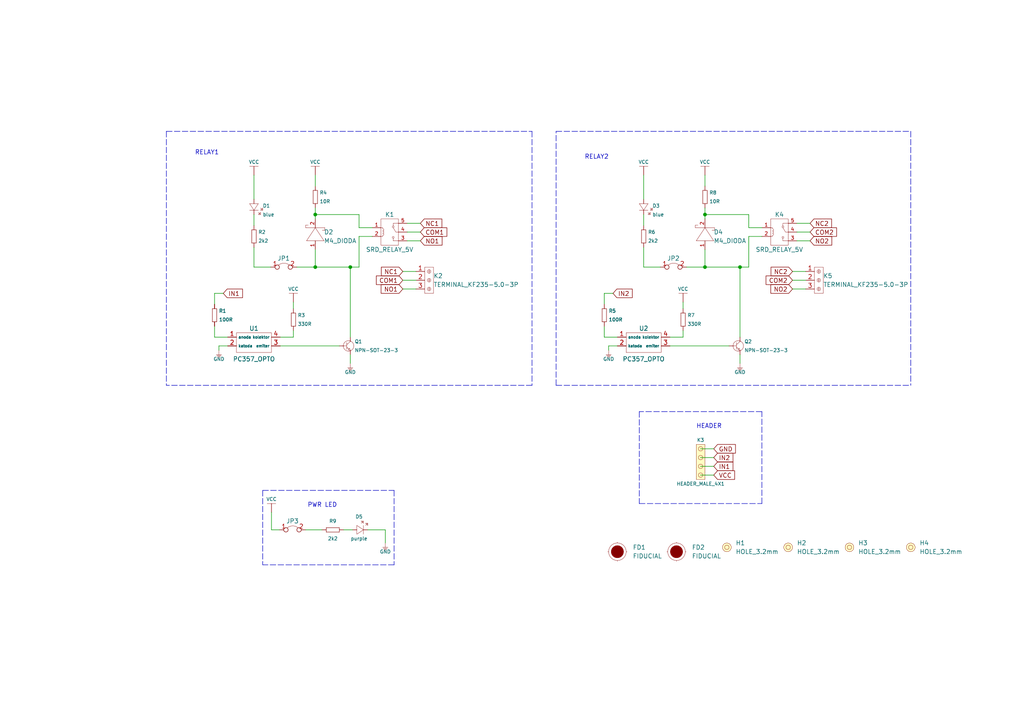
<source format=kicad_sch>
(kicad_sch (version 20210621) (generator eeschema)

  (uuid 3df5f347-3097-4964-852c-658e07bacc3d)

  (paper "A4")

  (title_block
    (title "2CH relay board")
    (date "2021-07-13")
    (rev "V1.1.1.")
    (company "SOLDERED")
    (comment 1 "333023")
  )

  (lib_symbols
    (symbol "e-radionica.com schematics:0402LED" (pin_numbers hide) (pin_names (offset 0.254) hide) (in_bom yes) (on_board yes)
      (property "Reference" "D" (id 0) (at -0.635 2.54 0)
        (effects (font (size 1 1)))
      )
      (property "Value" "0402LED" (id 1) (at 0 -2.54 0)
        (effects (font (size 1 1)))
      )
      (property "Footprint" "e-radionica.com footprinti:0402LED" (id 2) (at 0 5.08 0)
        (effects (font (size 1 1)) hide)
      )
      (property "Datasheet" "" (id 3) (at 0 0 0)
        (effects (font (size 1 1)) hide)
      )
      (property "Package" "0402" (id 4) (at 0 0 0)
        (effects (font (size 1.27 1.27)) hide)
      )
      (symbol "0402LED_0_1"
        (polyline
          (pts
            (xy -0.635 1.27)
            (xy 1.27 0)
          )
          (stroke (width 0.0006)) (fill (type none))
        )
        (polyline
          (pts
            (xy 0.635 1.905)
            (xy 1.27 2.54)
          )
          (stroke (width 0.0006)) (fill (type none))
        )
        (polyline
          (pts
            (xy 1.27 1.27)
            (xy 1.27 -1.27)
          )
          (stroke (width 0.0006)) (fill (type none))
        )
        (polyline
          (pts
            (xy 1.905 1.27)
            (xy 2.54 1.905)
          )
          (stroke (width 0.0006)) (fill (type none))
        )
        (polyline
          (pts
            (xy -0.635 1.27)
            (xy -0.635 -1.27)
            (xy 1.27 0)
          )
          (stroke (width 0.0006)) (fill (type none))
        )
        (polyline
          (pts
            (xy 1.27 2.54)
            (xy 0.635 2.54)
            (xy 1.27 1.905)
            (xy 1.27 2.54)
          )
          (stroke (width 0.0006)) (fill (type none))
        )
        (polyline
          (pts
            (xy 2.54 1.905)
            (xy 1.905 1.905)
            (xy 2.54 1.27)
            (xy 2.54 1.905)
          )
          (stroke (width 0.0006)) (fill (type none))
        )
      )
      (symbol "0402LED_1_1"
        (pin passive line (at -1.905 0 0) (length 1.27)
          (name "A" (effects (font (size 1.27 1.27))))
          (number "1" (effects (font (size 1.27 1.27))))
        )
        (pin passive line (at 2.54 0 180) (length 1.27)
          (name "K" (effects (font (size 1.27 1.27))))
          (number "2" (effects (font (size 1.27 1.27))))
        )
      )
    )
    (symbol "e-radionica.com schematics:0402R" (pin_numbers hide) (pin_names (offset 0.254)) (in_bom yes) (on_board yes)
      (property "Reference" "R" (id 0) (at -1.905 1.27 0)
        (effects (font (size 1 1)))
      )
      (property "Value" "0402R" (id 1) (at 0 -1.27 0)
        (effects (font (size 1 1)))
      )
      (property "Footprint" "e-radionica.com footprinti:0402R" (id 2) (at -2.54 1.905 0)
        (effects (font (size 1 1)) hide)
      )
      (property "Datasheet" "" (id 3) (at -2.54 1.905 0)
        (effects (font (size 1 1)) hide)
      )
      (symbol "0402R_0_1"
        (rectangle (start -1.905 -0.635) (end 1.905 -0.6604)
          (stroke (width 0.1)) (fill (type none))
        )
        (rectangle (start -1.905 0.635) (end -1.8796 -0.635)
          (stroke (width 0.1)) (fill (type none))
        )
        (rectangle (start -1.905 0.635) (end 1.905 0.6096)
          (stroke (width 0.1)) (fill (type none))
        )
        (rectangle (start 1.905 0.635) (end 1.9304 -0.635)
          (stroke (width 0.1)) (fill (type none))
        )
      )
      (symbol "0402R_1_1"
        (pin passive line (at -3.175 0 0) (length 1.27)
          (name "~" (effects (font (size 1.27 1.27))))
          (number "1" (effects (font (size 1.27 1.27))))
        )
        (pin passive line (at 3.175 0 180) (length 1.27)
          (name "~" (effects (font (size 1.27 1.27))))
          (number "2" (effects (font (size 1.27 1.27))))
        )
      )
    )
    (symbol "e-radionica.com schematics:0603R" (pin_numbers hide) (pin_names (offset 0.254)) (in_bom yes) (on_board yes)
      (property "Reference" "R" (id 0) (at -1.905 1.905 0)
        (effects (font (size 1 1)))
      )
      (property "Value" "0603R" (id 1) (at 0 -1.905 0)
        (effects (font (size 1 1)))
      )
      (property "Footprint" "e-radionica.com footprinti:0603R" (id 2) (at -0.635 1.905 0)
        (effects (font (size 1 1)) hide)
      )
      (property "Datasheet" "" (id 3) (at -0.635 1.905 0)
        (effects (font (size 1 1)) hide)
      )
      (symbol "0603R_0_1"
        (rectangle (start -1.905 -0.635) (end 1.905 -0.6604)
          (stroke (width 0.1)) (fill (type none))
        )
        (rectangle (start -1.905 0.635) (end -1.8796 -0.635)
          (stroke (width 0.1)) (fill (type none))
        )
        (rectangle (start -1.905 0.635) (end 1.905 0.6096)
          (stroke (width 0.1)) (fill (type none))
        )
        (rectangle (start 1.905 0.635) (end 1.9304 -0.635)
          (stroke (width 0.1)) (fill (type none))
        )
      )
      (symbol "0603R_1_1"
        (pin passive line (at -3.175 0 0) (length 1.27)
          (name "~" (effects (font (size 1.27 1.27))))
          (number "1" (effects (font (size 1.27 1.27))))
        )
        (pin passive line (at 3.175 0 180) (length 1.27)
          (name "~" (effects (font (size 1.27 1.27))))
          (number "2" (effects (font (size 1.27 1.27))))
        )
      )
    )
    (symbol "e-radionica.com schematics:FIDUCIAL" (in_bom yes) (on_board yes)
      (property "Reference" "FD" (id 0) (at 0 3.81 0)
        (effects (font (size 1.27 1.27)))
      )
      (property "Value" "FIDUCIAL" (id 1) (at 0 -3.81 0)
        (effects (font (size 1.27 1.27)))
      )
      (property "Footprint" "e-radionica.com footprinti:FIDUCIAL_23" (id 2) (at 0.254 -5.334 0)
        (effects (font (size 1.27 1.27)) hide)
      )
      (property "Datasheet" "" (id 3) (at 0 0 0)
        (effects (font (size 1.27 1.27)) hide)
      )
      (symbol "FIDUCIAL_0_1"
        (circle (center 0 0) (radius 2.54) (stroke (width 0.0006)) (fill (type none)))
        (circle (center 0 0) (radius 1.7961) (stroke (width 0.001)) (fill (type outline)))
        (polyline
          (pts
            (xy -2.54 0)
            (xy -2.794 0)
          )
          (stroke (width 0.0006)) (fill (type none))
        )
        (polyline
          (pts
            (xy 0 -2.54)
            (xy 0 -2.794)
          )
          (stroke (width 0.0006)) (fill (type none))
        )
        (polyline
          (pts
            (xy 0 2.54)
            (xy 0 2.794)
          )
          (stroke (width 0.0006)) (fill (type none))
        )
        (polyline
          (pts
            (xy 2.54 0)
            (xy 2.794 0)
          )
          (stroke (width 0.0006)) (fill (type none))
        )
      )
    )
    (symbol "e-radionica.com schematics:GND" (power) (pin_names (offset 0)) (in_bom yes) (on_board yes)
      (property "Reference" "#PWR" (id 0) (at 4.445 0 0)
        (effects (font (size 1 1)) hide)
      )
      (property "Value" "GND" (id 1) (at 0 -2.921 0)
        (effects (font (size 1 1)))
      )
      (property "Footprint" "" (id 2) (at 4.445 3.81 0)
        (effects (font (size 1 1)) hide)
      )
      (property "Datasheet" "" (id 3) (at 4.445 3.81 0)
        (effects (font (size 1 1)) hide)
      )
      (property "ki_keywords" "power-flag" (id 4) (at 0 0 0)
        (effects (font (size 1.27 1.27)) hide)
      )
      (property "ki_description" "Power symbol creates a global label with name \"+3V3\"" (id 5) (at 0 0 0)
        (effects (font (size 1.27 1.27)) hide)
      )
      (symbol "GND_0_1"
        (polyline
          (pts
            (xy -0.762 -1.27)
            (xy 0.762 -1.27)
          )
          (stroke (width 0.0006)) (fill (type none))
        )
        (polyline
          (pts
            (xy -0.635 -1.524)
            (xy 0.635 -1.524)
          )
          (stroke (width 0.0006)) (fill (type none))
        )
        (polyline
          (pts
            (xy -0.381 -1.778)
            (xy 0.381 -1.778)
          )
          (stroke (width 0.0006)) (fill (type none))
        )
        (polyline
          (pts
            (xy -0.127 -2.032)
            (xy 0.127 -2.032)
          )
          (stroke (width 0.0006)) (fill (type none))
        )
        (polyline
          (pts
            (xy 0 0)
            (xy 0 -1.27)
          )
          (stroke (width 0.0006)) (fill (type none))
        )
      )
      (symbol "GND_1_1"
        (pin power_in line (at 0 0 270) (length 0) hide
          (name "GND" (effects (font (size 1.27 1.27))))
          (number "1" (effects (font (size 1.27 1.27))))
        )
      )
    )
    (symbol "e-radionica.com schematics:HEADER_MALE_4X1" (pin_numbers hide) (pin_names hide) (in_bom yes) (on_board yes)
      (property "Reference" "K" (id 0) (at -0.635 7.62 0)
        (effects (font (size 1 1)))
      )
      (property "Value" "HEADER_MALE_4X1" (id 1) (at 0 -5.08 0)
        (effects (font (size 1 1)))
      )
      (property "Footprint" "e-radionica.com footprinti:HEADER_MALE_4X1" (id 2) (at 0 -2.54 0)
        (effects (font (size 1 1)) hide)
      )
      (property "Datasheet" "" (id 3) (at 0 -2.54 0)
        (effects (font (size 1 1)) hide)
      )
      (symbol "HEADER_MALE_4X1_0_1"
        (circle (center 0 -2.54) (radius 0.635) (stroke (width 0.0006)) (fill (type none)))
        (circle (center 0 0) (radius 0.635) (stroke (width 0.0006)) (fill (type none)))
        (circle (center 0 2.54) (radius 0.635) (stroke (width 0.0006)) (fill (type none)))
        (circle (center 0 5.08) (radius 0.635) (stroke (width 0.0006)) (fill (type none)))
        (rectangle (start 1.27 -3.81) (end -1.27 6.35)
          (stroke (width 0.001)) (fill (type background))
        )
      )
      (symbol "HEADER_MALE_4X1_1_1"
        (pin passive line (at 0 -2.54 180) (length 0)
          (name "~" (effects (font (size 1 1))))
          (number "1" (effects (font (size 1 1))))
        )
        (pin passive line (at 0 0 180) (length 0)
          (name "~" (effects (font (size 1 1))))
          (number "2" (effects (font (size 1 1))))
        )
        (pin passive line (at 0 2.54 180) (length 0)
          (name "~" (effects (font (size 1 1))))
          (number "3" (effects (font (size 1 1))))
        )
        (pin passive line (at 0 5.08 180) (length 0)
          (name "~" (effects (font (size 1 1))))
          (number "4" (effects (font (size 1 1))))
        )
      )
    )
    (symbol "e-radionica.com schematics:HOLE_3.2mm" (pin_numbers hide) (pin_names hide) (in_bom yes) (on_board yes)
      (property "Reference" "H" (id 0) (at 0 2.54 0)
        (effects (font (size 1.27 1.27)))
      )
      (property "Value" "HOLE_3.2mm" (id 1) (at 0 -2.54 0)
        (effects (font (size 1.27 1.27)))
      )
      (property "Footprint" "e-radionica.com footprinti:HOLE_3.2mm" (id 2) (at 0 0 0)
        (effects (font (size 1.27 1.27)) hide)
      )
      (property "Datasheet" "" (id 3) (at 0 0 0)
        (effects (font (size 1.27 1.27)) hide)
      )
      (symbol "HOLE_3.2mm_0_1"
        (circle (center 0 0) (radius 0.635) (stroke (width 0.0006)) (fill (type none)))
        (circle (center 0 0) (radius 1.27) (stroke (width 0.001)) (fill (type background)))
      )
    )
    (symbol "e-radionica.com schematics:M4_DIODA" (pin_names hide) (in_bom yes) (on_board yes)
      (property "Reference" "D" (id 0) (at 0 3.81 0)
        (effects (font (size 1.27 1.27)))
      )
      (property "Value" "M4_DIODA" (id 1) (at 0 -4.572 0)
        (effects (font (size 1.27 1.27)))
      )
      (property "Footprint" "e-radionica.com footprinti:M4_DIODA" (id 2) (at 0 -6.35 0)
        (effects (font (size 1.27 1.27)) hide)
      )
      (property "Datasheet" "" (id 3) (at 0 0 0)
        (effects (font (size 1.27 1.27)) hide)
      )
      (symbol "M4_DIODA_0_1"
        (polyline
          (pts
            (xy -2.54 2.54)
            (xy -2.54 -2.54)
            (xy 1.27 0)
            (xy -2.54 2.54)
          )
          (stroke (width 0.0006)) (fill (type none))
        )
        (polyline
          (pts
            (xy 1.27 2.794)
            (xy 1.27 -2.794)
            (xy 0.508 -2.794)
            (xy 0.508 -2.032)
          )
          (stroke (width 0.0006)) (fill (type none))
        )
        (polyline
          (pts
            (xy 1.27 2.794)
            (xy 2.032 2.794)
            (xy 2.032 2.032)
            (xy 2.032 2.54)
          )
          (stroke (width 0.0006)) (fill (type none))
        )
      )
      (symbol "M4_DIODA_1_1"
        (pin passive line (at -5.08 0 0) (length 2.54)
          (name "A" (effects (font (size 1 1))))
          (number "1" (effects (font (size 1 1))))
        )
        (pin passive line (at 3.81 0 180) (length 2.54)
          (name "K" (effects (font (size 1 1))))
          (number "2" (effects (font (size 1 1))))
        )
      )
    )
    (symbol "e-radionica.com schematics:NPN-SOT-23-3" (pin_numbers hide) (pin_names hide) (in_bom yes) (on_board yes)
      (property "Reference" "Q" (id 0) (at -2.286 2.921 0)
        (effects (font (size 1 1)))
      )
      (property "Value" "NPN-SOT-23-3" (id 1) (at 0 -3.81 0)
        (effects (font (size 1 1)))
      )
      (property "Footprint" "e-radionica.com footprinti:SOT-23-3" (id 2) (at 0 0 0)
        (effects (font (size 1 1)) hide)
      )
      (property "Datasheet" "" (id 3) (at 0 0 0)
        (effects (font (size 1 1)) hide)
      )
      (symbol "NPN-SOT-23-3_0_1"
        (circle (center -0.508 0) (radius 1.524) (stroke (width 0.0006)) (fill (type none)))
        (polyline
          (pts
            (xy -2.032 0)
            (xy -1.016 0)
          )
          (stroke (width 0.0006)) (fill (type none))
        )
        (polyline
          (pts
            (xy -1.016 -0.381)
            (xy -0.4064 -0.9144)
          )
          (stroke (width 0.1)) (fill (type none))
        )
        (polyline
          (pts
            (xy -1.016 0.381)
            (xy 0 1.27)
          )
          (stroke (width 0.0006)) (fill (type none))
        )
        (polyline
          (pts
            (xy -1.016 1.016)
            (xy -1.016 -1.016)
          )
          (stroke (width 0.0006)) (fill (type none))
        )
        (polyline
          (pts
            (xy -0.6096 -1.1684)
            (xy -0.2032 -0.6604)
            (xy 0 -1.27)
            (xy -0.6096 -1.1684)
          )
          (stroke (width 0.0006)) (fill (type none))
        )
      )
      (symbol "NPN-SOT-23-3_1_1"
        (pin passive line (at -3.175 0 0) (length 1.27)
          (name "B" (effects (font (size 1 1))))
          (number "1" (effects (font (size 1 1))))
        )
        (pin passive line (at 0 -2.54 90) (length 1.27)
          (name "E" (effects (font (size 1 1))))
          (number "2" (effects (font (size 1 1))))
        )
        (pin passive line (at 0 2.54 270) (length 1.27)
          (name "C" (effects (font (size 1 1))))
          (number "3" (effects (font (size 1 1))))
        )
      )
    )
    (symbol "e-radionica.com schematics:PC357_OPTO" (in_bom yes) (on_board yes)
      (property "Reference" "U" (id 0) (at 0 5.08 0)
        (effects (font (size 1.27 1.27)))
      )
      (property "Value" "PC357_OPTO" (id 1) (at 0 -5.08 0)
        (effects (font (size 1.27 1.27)))
      )
      (property "Footprint" "e-radionica.com footprinti:PC357_OPTO" (id 2) (at 0 0 0)
        (effects (font (size 1.27 1.27)) hide)
      )
      (property "Datasheet" "" (id 3) (at 0 0 0)
        (effects (font (size 1.27 1.27)) hide)
      )
      (symbol "PC357_OPTO_0_1"
        (rectangle (start -5.08 2.54) (end 5.08 -3.175)
          (stroke (width 0.0006)) (fill (type none))
        )
      )
      (symbol "PC357_OPTO_1_1"
        (pin passive line (at -7.62 1.27 0) (length 2.54)
          (name "anoda" (effects (font (size 0.8 0.8))))
          (number "1" (effects (font (size 1.27 1.27))))
        )
        (pin passive line (at -7.62 -1.27 0) (length 2.54)
          (name "katoda" (effects (font (size 0.8 0.8))))
          (number "2" (effects (font (size 1.27 1.27))))
        )
        (pin passive line (at 7.62 -1.27 180) (length 2.54)
          (name "emiter" (effects (font (size 0.8 0.8))))
          (number "3" (effects (font (size 1.27 1.27))))
        )
        (pin passive line (at 7.62 1.27 180) (length 2.54)
          (name "kolektor" (effects (font (size 0.8 0.8))))
          (number "4" (effects (font (size 1.27 1.27))))
        )
      )
    )
    (symbol "e-radionica.com schematics:SMD-JUMPER-CONNECTED_TRACE_SLODERMASK" (in_bom yes) (on_board yes)
      (property "Reference" "JP" (id 0) (at 0 3.556 0)
        (effects (font (size 1.27 1.27)))
      )
      (property "Value" "SMD-JUMPER-CONNECTED_TRACE_SLODERMASK" (id 1) (at 0 -2.54 0)
        (effects (font (size 1.27 1.27)))
      )
      (property "Footprint" "e-radionica.com footprinti:SMD-JUMPER-CONNECTED_TRACE_SLODERMASK" (id 2) (at 0 -5.715 0)
        (effects (font (size 1.27 1.27)) hide)
      )
      (property "Datasheet" "" (id 3) (at 0 0 0)
        (effects (font (size 1.27 1.27)) hide)
      )
      (symbol "SMD-JUMPER-CONNECTED_TRACE_SLODERMASK_0_1"
        (arc (start -1.8034 0.5588) (end 1.397 0.5842) (radius (at -0.1875 -1.4124) (length 2.5489) (angles 129.3 51.6))
          (stroke (width 0.0006)) (fill (type none))
        )
      )
      (symbol "SMD-JUMPER-CONNECTED_TRACE_SLODERMASK_1_1"
        (pin passive inverted (at -4.064 0 0) (length 2.54)
          (name "" (effects (font (size 1.27 1.27))))
          (number "1" (effects (font (size 1.27 1.27))))
        )
        (pin passive inverted (at 3.556 0 180) (length 2.54)
          (name "" (effects (font (size 1.27 1.27))))
          (number "2" (effects (font (size 1.27 1.27))))
        )
      )
    )
    (symbol "e-radionica.com schematics:SRD_RELAY_5V" (in_bom yes) (on_board yes)
      (property "Reference" "K" (id 0) (at 0 3.81 0)
        (effects (font (size 1.27 1.27)))
      )
      (property "Value" "SRD_RELAY_5V" (id 1) (at 0 -6.35 0)
        (effects (font (size 1.27 1.27)))
      )
      (property "Footprint" "e-radionica.com footprinti:SRD_RELAY_5V" (id 2) (at 1.27 -8.89 0)
        (effects (font (size 1.27 1.27)) hide)
      )
      (property "Datasheet" "" (id 3) (at 0 0 0)
        (effects (font (size 1.27 1.27)) hide)
      )
      (symbol "SRD_RELAY_5V_0_1"
        (arc (start -1.9929 -0.9525) (end -1.9929 -0.3175) (radius (at -2.032 -0.635) (length 0.3199) (angles -83 83))
          (stroke (width 0.0006)) (fill (type none))
        )
        (arc (start -1.9929 -0.3175) (end -1.9929 0.3175) (radius (at -2.032 0) (length 0.3199) (angles -83 83))
          (stroke (width 0.0006)) (fill (type none))
        )
        (arc (start -1.9929 0.3175) (end -1.9929 0.9525) (radius (at -2.032 0.635) (length 0.3199) (angles -83 83))
          (stroke (width 0.0006)) (fill (type none))
        )
        (circle (center 1.016 -1.524) (radius 0.254) (stroke (width 0.0008)) (fill (type none)))
        (circle (center 1.016 1.524) (radius 0.254) (stroke (width 0.0006)) (fill (type none)))
        (rectangle (start 2.54 3.81) (end -2.54 -3.81)
          (stroke (width 0.0006)) (fill (type none))
        )
        (polyline
          (pts
            (xy -2.54 -1.27)
            (xy -2.032 -1.27)
            (xy -2.032 -1.016)
          )
          (stroke (width 0.0006)) (fill (type none))
        )
        (polyline
          (pts
            (xy -2.54 1.27)
            (xy -2.032 1.27)
            (xy -2.032 1.016)
          )
          (stroke (width 0.0006)) (fill (type none))
        )
        (polyline
          (pts
            (xy 2.54 0)
            (xy 1.778 0)
            (xy 1.016 1.27)
          )
          (stroke (width 0.0006)) (fill (type none))
        )
        (polyline
          (pts
            (xy 2.54 2.54)
            (xy 1.016 2.54)
            (xy 1.016 1.778)
          )
          (stroke (width 0.0006)) (fill (type none))
        )
        (polyline
          (pts
            (xy 2.54 -2.54)
            (xy 2.032 -2.54)
            (xy 1.016 -2.54)
            (xy 1.016 -1.778)
          )
          (stroke (width 0.0006)) (fill (type none))
        )
      )
      (symbol "SRD_RELAY_5V_1_1"
        (pin passive line (at -5.08 1.27 0) (length 2.54)
          (name "" (effects (font (size 1 1))))
          (number "1" (effects (font (size 1 1))))
        )
        (pin passive line (at -5.08 -1.27 0) (length 2.54)
          (name "" (effects (font (size 1 1))))
          (number "2" (effects (font (size 1 1))))
        )
        (pin passive line (at 5.08 -2.54 180) (length 2.54)
          (name "" (effects (font (size 1 1))))
          (number "3" (effects (font (size 1 1))))
        )
        (pin passive line (at 5.08 0 180) (length 2.54)
          (name "" (effects (font (size 1 1))))
          (number "4" (effects (font (size 1 1))))
        )
        (pin passive line (at 5.08 2.54 180) (length 2.54)
          (name "" (effects (font (size 1 1))))
          (number "5" (effects (font (size 1 1))))
        )
      )
    )
    (symbol "e-radionica.com schematics:TERMINAL_KF235-5.0-3P" (in_bom yes) (on_board yes)
      (property "Reference" "K" (id 0) (at 0 5.08 0)
        (effects (font (size 1.27 1.27)))
      )
      (property "Value" "TERMINAL_KF235-5.0-3P" (id 1) (at 0 -5.08 0)
        (effects (font (size 1.27 1.27)))
      )
      (property "Footprint" "e-radionica.com footprinti:TERMINAL_KF235-5.0-3P" (id 2) (at 0 -7.62 0)
        (effects (font (size 1.27 1.27)) hide)
      )
      (property "Datasheet" "" (id 3) (at 0 0 0)
        (effects (font (size 1.27 1.27)) hide)
      )
      (symbol "TERMINAL_KF235-5.0-3P_0_1"
        (circle (center 0 -2.54) (radius 0.508) (stroke (width 0.0006)) (fill (type none)))
        (circle (center 0 0) (radius 0.508) (stroke (width 0.0006)) (fill (type none)))
        (circle (center 0 2.54) (radius 0.508) (stroke (width 0.0006)) (fill (type none)))
        (rectangle (start -1.27 3.81) (end 1.27 -3.81)
          (stroke (width 0.0006)) (fill (type none))
        )
        (polyline
          (pts
            (xy -0.254 -2.54)
            (xy 0.254 -2.54)
          )
          (stroke (width 0.0006)) (fill (type none))
        )
        (polyline
          (pts
            (xy -0.254 0)
            (xy 0.254 0)
          )
          (stroke (width 0.0006)) (fill (type none))
        )
        (polyline
          (pts
            (xy -0.254 2.54)
            (xy 0.254 2.54)
          )
          (stroke (width 0.0006)) (fill (type none))
        )
        (polyline
          (pts
            (xy 0 -2.032)
            (xy 0 -3.048)
          )
          (stroke (width 0.0006)) (fill (type none))
        )
        (polyline
          (pts
            (xy 0 0.508)
            (xy 0 -0.508)
          )
          (stroke (width 0.0006)) (fill (type none))
        )
        (polyline
          (pts
            (xy 0 3.048)
            (xy 0 2.032)
          )
          (stroke (width 0.0006)) (fill (type none))
        )
      )
      (symbol "TERMINAL_KF235-5.0-3P_1_1"
        (pin input line (at -3.81 2.54 0) (length 2.54)
          (name "~" (effects (font (size 1.27 1.27))))
          (number "1" (effects (font (size 1.27 1.27))))
        )
        (pin input line (at -3.81 0 0) (length 2.54)
          (name "~" (effects (font (size 1.27 1.27))))
          (number "2" (effects (font (size 1.27 1.27))))
        )
        (pin input line (at -3.81 -2.54 0) (length 2.54)
          (name "~" (effects (font (size 1.27 1.27))))
          (number "3" (effects (font (size 1.27 1.27))))
        )
      )
    )
    (symbol "e-radionica.com schematics:VCC" (power) (pin_names (offset 0)) (in_bom yes) (on_board yes)
      (property "Reference" "#PWR" (id 0) (at 4.445 0 0)
        (effects (font (size 1 1)) hide)
      )
      (property "Value" "VCC" (id 1) (at 0 3.556 0)
        (effects (font (size 1 1)))
      )
      (property "Footprint" "" (id 2) (at 4.445 3.81 0)
        (effects (font (size 1 1)) hide)
      )
      (property "Datasheet" "" (id 3) (at 4.445 3.81 0)
        (effects (font (size 1 1)) hide)
      )
      (property "ki_keywords" "power-flag" (id 4) (at 0 0 0)
        (effects (font (size 1.27 1.27)) hide)
      )
      (property "ki_description" "Power symbol creates a global label with name \"+3V3\"" (id 5) (at 0 0 0)
        (effects (font (size 1.27 1.27)) hide)
      )
      (symbol "VCC_0_1"
        (polyline
          (pts
            (xy -1.27 2.54)
            (xy 1.27 2.54)
          )
          (stroke (width 0.0006)) (fill (type none))
        )
        (polyline
          (pts
            (xy 0 0)
            (xy 0 2.54)
          )
          (stroke (width 0)) (fill (type none))
        )
      )
      (symbol "VCC_1_1"
        (pin power_in line (at 0 0 90) (length 0) hide
          (name "VCC" (effects (font (size 1.27 1.27))))
          (number "1" (effects (font (size 1.27 1.27))))
        )
      )
    )
  )

  (junction (at 91.44 62.23) (diameter 0.9144) (color 0 0 0 0))
  (junction (at 91.44 77.47) (diameter 0.9144) (color 0 0 0 0))
  (junction (at 101.6 77.47) (diameter 0.9144) (color 0 0 0 0))
  (junction (at 204.47 62.23) (diameter 0.9144) (color 0 0 0 0))
  (junction (at 204.47 77.47) (diameter 0.9144) (color 0 0 0 0))
  (junction (at 214.63 77.47) (diameter 0.9144) (color 0 0 0 0))

  (wire (pts (xy 62.23 85.09) (xy 64.77 85.09))
    (stroke (width 0) (type solid) (color 0 0 0 0))
    (uuid 0f66403e-1d6b-4bc5-ad6b-a71917989f23)
  )
  (wire (pts (xy 62.23 88.265) (xy 62.23 85.09))
    (stroke (width 0) (type solid) (color 0 0 0 0))
    (uuid d362de45-19d2-4871-bda4-7f3542f9fce4)
  )
  (wire (pts (xy 62.23 97.79) (xy 62.23 94.615))
    (stroke (width 0) (type solid) (color 0 0 0 0))
    (uuid 3b962d67-ac79-4f68-8af2-c667408dfc8e)
  )
  (wire (pts (xy 63.5 100.33) (xy 63.5 101.6))
    (stroke (width 0) (type solid) (color 0 0 0 0))
    (uuid e397e143-88bc-4b7d-9487-d8d22fd7b8ed)
  )
  (wire (pts (xy 66.04 97.79) (xy 62.23 97.79))
    (stroke (width 0) (type solid) (color 0 0 0 0))
    (uuid c6c16927-bf5d-4379-b800-47cadbb04a23)
  )
  (wire (pts (xy 66.04 100.33) (xy 63.5 100.33))
    (stroke (width 0) (type solid) (color 0 0 0 0))
    (uuid df74ae7f-dd9d-4f34-a5fa-5b8059e70e3b)
  )
  (wire (pts (xy 73.66 50.8) (xy 73.66 57.785))
    (stroke (width 0) (type solid) (color 0 0 0 0))
    (uuid 8d68f32f-295e-46dc-814d-8add70d83751)
  )
  (wire (pts (xy 73.66 62.23) (xy 73.66 65.405))
    (stroke (width 0) (type solid) (color 0 0 0 0))
    (uuid 71736f0a-5a19-4c7c-8b05-9fa1461cf427)
  )
  (wire (pts (xy 73.66 71.755) (xy 73.66 77.47))
    (stroke (width 0) (type solid) (color 0 0 0 0))
    (uuid 37211ef6-a7ab-408b-b61f-aa0138c6c845)
  )
  (wire (pts (xy 73.66 77.47) (xy 78.486 77.47))
    (stroke (width 0) (type solid) (color 0 0 0 0))
    (uuid 1fffdbd6-ae32-4ec9-8539-6bf31ef22e29)
  )
  (wire (pts (xy 78.74 153.67) (xy 78.74 148.59))
    (stroke (width 0) (type solid) (color 0 0 0 0))
    (uuid 9aeb2439-6ea9-43ac-a24b-1e91f1da9bb5)
  )
  (wire (pts (xy 81.026 153.67) (xy 78.74 153.67))
    (stroke (width 0) (type solid) (color 0 0 0 0))
    (uuid 498b5ea4-4f7c-4310-b434-d1b08d527e91)
  )
  (wire (pts (xy 81.28 97.79) (xy 85.09 97.79))
    (stroke (width 0) (type solid) (color 0 0 0 0))
    (uuid f5c3b314-67ba-4060-b036-01d8b3f3c5ec)
  )
  (wire (pts (xy 81.28 100.33) (xy 98.425 100.33))
    (stroke (width 0) (type solid) (color 0 0 0 0))
    (uuid c4788c71-0bba-4f57-8477-a94852dacf85)
  )
  (wire (pts (xy 85.09 87.63) (xy 85.09 89.535))
    (stroke (width 0) (type solid) (color 0 0 0 0))
    (uuid ee72972c-27d0-4d2b-a043-606f45011a93)
  )
  (wire (pts (xy 85.09 95.885) (xy 85.09 97.79))
    (stroke (width 0) (type solid) (color 0 0 0 0))
    (uuid 0d5bc87a-19c5-45be-b4cc-99cbaa6e6693)
  )
  (wire (pts (xy 86.106 77.47) (xy 91.44 77.47))
    (stroke (width 0) (type solid) (color 0 0 0 0))
    (uuid cb4a3336-b3a5-4ccc-b370-1edc0fef8813)
  )
  (wire (pts (xy 88.646 153.67) (xy 93.345 153.67))
    (stroke (width 0) (type solid) (color 0 0 0 0))
    (uuid 2f188f7e-7644-4bdf-932b-a256a04bb767)
  )
  (wire (pts (xy 91.44 50.8) (xy 91.44 53.975))
    (stroke (width 0) (type solid) (color 0 0 0 0))
    (uuid e75582c3-23aa-41ee-92e9-c6bdc443d244)
  )
  (wire (pts (xy 91.44 60.325) (xy 91.44 62.23))
    (stroke (width 0) (type solid) (color 0 0 0 0))
    (uuid c726ede0-cf45-4e2f-8306-2b534ab4cca4)
  )
  (wire (pts (xy 91.44 62.23) (xy 91.44 63.5))
    (stroke (width 0) (type solid) (color 0 0 0 0))
    (uuid 4d71458b-543d-479f-b33c-c0253b1f738d)
  )
  (wire (pts (xy 91.44 62.23) (xy 104.14 62.23))
    (stroke (width 0) (type solid) (color 0 0 0 0))
    (uuid c0ac92e5-9daa-485a-a5f1-da57bb4c3bee)
  )
  (wire (pts (xy 91.44 77.47) (xy 91.44 72.39))
    (stroke (width 0) (type solid) (color 0 0 0 0))
    (uuid dbfa3fa4-c08d-43cc-a646-b44a7843478f)
  )
  (wire (pts (xy 91.44 77.47) (xy 101.6 77.47))
    (stroke (width 0) (type solid) (color 0 0 0 0))
    (uuid 83955e43-4cd4-44ce-8025-310dd3b06ba2)
  )
  (wire (pts (xy 99.695 153.67) (xy 102.235 153.67))
    (stroke (width 0) (type solid) (color 0 0 0 0))
    (uuid 8fbd9891-0edb-42b2-9296-0e3dc81d8d6f)
  )
  (wire (pts (xy 101.6 77.47) (xy 101.6 97.79))
    (stroke (width 0) (type solid) (color 0 0 0 0))
    (uuid e0bc567f-8a21-41d2-aae5-32c94ad18d27)
  )
  (wire (pts (xy 101.6 77.47) (xy 104.14 77.47))
    (stroke (width 0) (type solid) (color 0 0 0 0))
    (uuid 83955e43-4cd4-44ce-8025-310dd3b06ba2)
  )
  (wire (pts (xy 101.6 102.87) (xy 101.6 105.41))
    (stroke (width 0) (type solid) (color 0 0 0 0))
    (uuid 99501c4e-4300-4a63-9280-3d2e9b5f99cf)
  )
  (wire (pts (xy 104.14 66.04) (xy 104.14 62.23))
    (stroke (width 0) (type solid) (color 0 0 0 0))
    (uuid 8de0a7f4-68ab-4e94-b1df-2948818870ff)
  )
  (wire (pts (xy 104.14 68.58) (xy 104.14 77.47))
    (stroke (width 0) (type solid) (color 0 0 0 0))
    (uuid 959b2af1-a402-4ca0-b0b9-1d69b521fca3)
  )
  (wire (pts (xy 106.68 153.67) (xy 111.76 153.67))
    (stroke (width 0) (type solid) (color 0 0 0 0))
    (uuid b88d1c1b-e81d-410c-bf98-cde8767e569d)
  )
  (wire (pts (xy 107.95 66.04) (xy 104.14 66.04))
    (stroke (width 0) (type solid) (color 0 0 0 0))
    (uuid af1aea0c-a975-4da7-88e2-0c43274184d8)
  )
  (wire (pts (xy 107.95 68.58) (xy 104.14 68.58))
    (stroke (width 0) (type solid) (color 0 0 0 0))
    (uuid ea6081b3-db25-4588-97c8-e25b225e3ea3)
  )
  (wire (pts (xy 111.76 153.67) (xy 111.76 157.48))
    (stroke (width 0) (type solid) (color 0 0 0 0))
    (uuid 82ce4a3c-5238-41a2-9f3a-1c13c5be8a80)
  )
  (wire (pts (xy 116.84 78.74) (xy 120.65 78.74))
    (stroke (width 0) (type solid) (color 0 0 0 0))
    (uuid ef41b6f9-e10a-482f-9f23-e13aca56e1a6)
  )
  (wire (pts (xy 116.84 81.28) (xy 120.65 81.28))
    (stroke (width 0) (type solid) (color 0 0 0 0))
    (uuid 6e94dec9-c767-41a4-93a4-9b2b2c7b75fb)
  )
  (wire (pts (xy 116.84 83.82) (xy 120.65 83.82))
    (stroke (width 0) (type solid) (color 0 0 0 0))
    (uuid d244d106-aad0-48cb-b84f-a82fa426ad20)
  )
  (wire (pts (xy 118.11 64.77) (xy 121.92 64.77))
    (stroke (width 0) (type solid) (color 0 0 0 0))
    (uuid 1c9d3520-e5b3-4be4-9756-f1e27a479352)
  )
  (wire (pts (xy 118.11 67.31) (xy 121.92 67.31))
    (stroke (width 0) (type solid) (color 0 0 0 0))
    (uuid 4a3e0ce8-759b-430a-a3ab-e95da511c501)
  )
  (wire (pts (xy 118.11 69.85) (xy 121.92 69.85))
    (stroke (width 0) (type solid) (color 0 0 0 0))
    (uuid dbf001b6-92c0-4a2d-ab32-5b5757f40322)
  )
  (wire (pts (xy 175.26 85.09) (xy 177.8 85.09))
    (stroke (width 0) (type solid) (color 0 0 0 0))
    (uuid 81edd4b2-0252-4fd8-a964-b896b5563955)
  )
  (wire (pts (xy 175.26 88.265) (xy 175.26 85.09))
    (stroke (width 0) (type solid) (color 0 0 0 0))
    (uuid 8a758e63-3e6e-441f-ba13-06841744ebe0)
  )
  (wire (pts (xy 175.26 97.79) (xy 175.26 94.615))
    (stroke (width 0) (type solid) (color 0 0 0 0))
    (uuid 83c77734-9dfd-40ff-94da-0094adc2c73f)
  )
  (wire (pts (xy 176.53 100.33) (xy 176.53 101.6))
    (stroke (width 0) (type solid) (color 0 0 0 0))
    (uuid 65fe7c82-3089-448a-878d-1450bd1acb0c)
  )
  (wire (pts (xy 179.07 97.79) (xy 175.26 97.79))
    (stroke (width 0) (type solid) (color 0 0 0 0))
    (uuid 0edf5526-fcf8-45bc-9386-40534a8f1d34)
  )
  (wire (pts (xy 179.07 100.33) (xy 176.53 100.33))
    (stroke (width 0) (type solid) (color 0 0 0 0))
    (uuid dab8466c-74fa-44fc-b9de-12a90a95d2da)
  )
  (wire (pts (xy 186.69 50.8) (xy 186.69 57.785))
    (stroke (width 0) (type solid) (color 0 0 0 0))
    (uuid ef01a5f0-d353-4a2a-a331-0692739bd56f)
  )
  (wire (pts (xy 186.69 62.23) (xy 186.69 65.405))
    (stroke (width 0) (type solid) (color 0 0 0 0))
    (uuid 61fb73c3-b882-4a80-a400-8a6f8f60cf23)
  )
  (wire (pts (xy 186.69 71.755) (xy 186.69 77.47))
    (stroke (width 0) (type solid) (color 0 0 0 0))
    (uuid c5581985-62bf-4e78-8f84-46ad9b669749)
  )
  (wire (pts (xy 186.69 77.47) (xy 191.516 77.47))
    (stroke (width 0) (type solid) (color 0 0 0 0))
    (uuid e6b5b3ae-ec05-4b7f-97dc-cccd02ff56be)
  )
  (wire (pts (xy 194.31 97.79) (xy 198.12 97.79))
    (stroke (width 0) (type solid) (color 0 0 0 0))
    (uuid 6889d15e-e01e-4e1b-ab01-d460ea0f1b44)
  )
  (wire (pts (xy 194.31 100.33) (xy 211.455 100.33))
    (stroke (width 0) (type solid) (color 0 0 0 0))
    (uuid c68efa8e-f21e-4e30-9f40-eaa16639225c)
  )
  (wire (pts (xy 198.12 87.63) (xy 198.12 89.535))
    (stroke (width 0) (type solid) (color 0 0 0 0))
    (uuid 81705140-dc27-44fc-a995-7d1cc204ea35)
  )
  (wire (pts (xy 198.12 95.885) (xy 198.12 97.79))
    (stroke (width 0) (type solid) (color 0 0 0 0))
    (uuid b5685ea5-3a3b-46af-a99e-49ca63c9ea4b)
  )
  (wire (pts (xy 199.136 77.47) (xy 204.47 77.47))
    (stroke (width 0) (type solid) (color 0 0 0 0))
    (uuid f050b3e1-7bad-4d64-95e4-af471226d607)
  )
  (wire (pts (xy 203.2 130.175) (xy 207.01 130.175))
    (stroke (width 0) (type solid) (color 0 0 0 0))
    (uuid d569b059-16c1-486a-9f13-d949348dfbb4)
  )
  (wire (pts (xy 203.2 132.715) (xy 207.01 132.715))
    (stroke (width 0) (type solid) (color 0 0 0 0))
    (uuid 8f4d9dea-3a9b-4839-a694-bf1ef3835533)
  )
  (wire (pts (xy 203.2 135.255) (xy 207.01 135.255))
    (stroke (width 0) (type solid) (color 0 0 0 0))
    (uuid 6966cafd-7bfe-49fd-91a3-7acc86eb6f72)
  )
  (wire (pts (xy 203.2 137.795) (xy 207.01 137.795))
    (stroke (width 0) (type solid) (color 0 0 0 0))
    (uuid 2520e388-7854-441d-a5c9-cc2fb916b661)
  )
  (wire (pts (xy 204.47 50.8) (xy 204.47 53.975))
    (stroke (width 0) (type solid) (color 0 0 0 0))
    (uuid a53b022c-2501-40f4-9515-9b6f293236db)
  )
  (wire (pts (xy 204.47 60.325) (xy 204.47 62.23))
    (stroke (width 0) (type solid) (color 0 0 0 0))
    (uuid a8e4dec2-9223-43b9-b5ca-135ee95a67bd)
  )
  (wire (pts (xy 204.47 62.23) (xy 204.47 63.5))
    (stroke (width 0) (type solid) (color 0 0 0 0))
    (uuid a6c7f3a9-cac3-4eb1-9ca6-6780c44a61cc)
  )
  (wire (pts (xy 204.47 62.23) (xy 217.17 62.23))
    (stroke (width 0) (type solid) (color 0 0 0 0))
    (uuid bc891128-83b7-4052-adf5-ba1f1d38f290)
  )
  (wire (pts (xy 204.47 77.47) (xy 204.47 72.39))
    (stroke (width 0) (type solid) (color 0 0 0 0))
    (uuid 05a9534a-32c5-4dc9-b1b4-51f59d554efc)
  )
  (wire (pts (xy 204.47 77.47) (xy 214.63 77.47))
    (stroke (width 0) (type solid) (color 0 0 0 0))
    (uuid f4dbab0a-7bea-4dd2-8198-68f1289e9be5)
  )
  (wire (pts (xy 214.63 77.47) (xy 214.63 97.79))
    (stroke (width 0) (type solid) (color 0 0 0 0))
    (uuid 28bf0e5f-6512-4d61-ae43-f10c2958a069)
  )
  (wire (pts (xy 214.63 77.47) (xy 217.17 77.47))
    (stroke (width 0) (type solid) (color 0 0 0 0))
    (uuid 829ce2be-431b-4e31-9742-1750f65c0d81)
  )
  (wire (pts (xy 214.63 102.87) (xy 214.63 105.41))
    (stroke (width 0) (type solid) (color 0 0 0 0))
    (uuid fb4bb7bf-032c-49ff-833b-f802a704ead3)
  )
  (wire (pts (xy 217.17 66.04) (xy 217.17 62.23))
    (stroke (width 0) (type solid) (color 0 0 0 0))
    (uuid c918c459-fe80-4673-b606-3d48e26f3cb1)
  )
  (wire (pts (xy 217.17 68.58) (xy 217.17 77.47))
    (stroke (width 0) (type solid) (color 0 0 0 0))
    (uuid de2d736a-2b7e-4917-a14c-8cf557b112cf)
  )
  (wire (pts (xy 220.98 66.04) (xy 217.17 66.04))
    (stroke (width 0) (type solid) (color 0 0 0 0))
    (uuid 390e8798-a251-43fa-8ece-b5c60acbaa3d)
  )
  (wire (pts (xy 220.98 68.58) (xy 217.17 68.58))
    (stroke (width 0) (type solid) (color 0 0 0 0))
    (uuid 7b152723-4c7d-4244-beb0-1b065ee0f663)
  )
  (wire (pts (xy 229.87 78.74) (xy 233.68 78.74))
    (stroke (width 0) (type solid) (color 0 0 0 0))
    (uuid 16f140c7-b79f-4f3f-a8db-c43857a19f93)
  )
  (wire (pts (xy 229.87 81.28) (xy 233.68 81.28))
    (stroke (width 0) (type solid) (color 0 0 0 0))
    (uuid ba703055-f489-47a8-b1cf-97fdf8ef1cef)
  )
  (wire (pts (xy 229.87 83.82) (xy 233.68 83.82))
    (stroke (width 0) (type solid) (color 0 0 0 0))
    (uuid 55f2a5f0-99a5-4c4a-ab4d-81655d461e4e)
  )
  (wire (pts (xy 231.14 64.77) (xy 234.95 64.77))
    (stroke (width 0) (type solid) (color 0 0 0 0))
    (uuid c8a67fed-9ae2-4361-8fe8-33fe118f23b2)
  )
  (wire (pts (xy 231.14 67.31) (xy 234.95 67.31))
    (stroke (width 0) (type solid) (color 0 0 0 0))
    (uuid d18d06fb-f844-4a02-88d5-5eb1f0dc57ad)
  )
  (wire (pts (xy 231.14 69.85) (xy 234.95 69.85))
    (stroke (width 0) (type solid) (color 0 0 0 0))
    (uuid e7770917-9e0f-4c37-970f-8b0889c3fbd9)
  )
  (polyline (pts (xy 48.26 38.1) (xy 48.26 111.76))
    (stroke (width 0) (type dash) (color 0 0 0 0))
    (uuid 571bfb6d-3c3f-4ae6-b6f8-c27fb3ca175e)
  )
  (polyline (pts (xy 48.26 38.1) (xy 154.305 38.1))
    (stroke (width 0) (type dash) (color 0 0 0 0))
    (uuid 571bfb6d-3c3f-4ae6-b6f8-c27fb3ca175e)
  )
  (polyline (pts (xy 76.2 142.24) (xy 76.2 163.83))
    (stroke (width 0) (type dash) (color 0 0 0 0))
    (uuid 76b26fa3-89f0-4397-9364-8fc6f41dcee2)
  )
  (polyline (pts (xy 76.2 142.24) (xy 114.3 142.24))
    (stroke (width 0) (type dash) (color 0 0 0 0))
    (uuid eacc7d0f-8342-4aee-8876-841c138400c4)
  )
  (polyline (pts (xy 114.3 142.24) (xy 114.3 163.83))
    (stroke (width 0) (type dash) (color 0 0 0 0))
    (uuid 17ee7a33-c8c9-4416-9c32-410325750f28)
  )
  (polyline (pts (xy 114.3 163.83) (xy 76.2 163.83))
    (stroke (width 0) (type dash) (color 0 0 0 0))
    (uuid c037c0ae-9616-4e06-91b2-15fe484896a7)
  )
  (polyline (pts (xy 154.305 38.1) (xy 154.305 111.76))
    (stroke (width 0) (type dash) (color 0 0 0 0))
    (uuid 571bfb6d-3c3f-4ae6-b6f8-c27fb3ca175e)
  )
  (polyline (pts (xy 154.305 111.76) (xy 48.26 111.76))
    (stroke (width 0) (type dash) (color 0 0 0 0))
    (uuid 571bfb6d-3c3f-4ae6-b6f8-c27fb3ca175e)
  )
  (polyline (pts (xy 161.29 38.1) (xy 264.16 38.1))
    (stroke (width 0) (type dash) (color 0 0 0 0))
    (uuid d9aa7362-1c82-49d6-a01c-9a95c25e7fe1)
  )
  (polyline (pts (xy 161.29 111.76) (xy 161.29 38.1))
    (stroke (width 0) (type dash) (color 0 0 0 0))
    (uuid d9aa7362-1c82-49d6-a01c-9a95c25e7fe1)
  )
  (polyline (pts (xy 161.29 111.76) (xy 264.16 111.76))
    (stroke (width 0) (type dash) (color 0 0 0 0))
    (uuid d9aa7362-1c82-49d6-a01c-9a95c25e7fe1)
  )
  (polyline (pts (xy 185.42 119.38) (xy 185.42 146.05))
    (stroke (width 0) (type dash) (color 0 0 0 0))
    (uuid ea3ab353-541e-41a1-bdcb-bd45c2433c5a)
  )
  (polyline (pts (xy 185.42 146.05) (xy 220.98 146.05))
    (stroke (width 0) (type dash) (color 0 0 0 0))
    (uuid ea3ab353-541e-41a1-bdcb-bd45c2433c5a)
  )
  (polyline (pts (xy 220.98 119.38) (xy 185.42 119.38))
    (stroke (width 0) (type dash) (color 0 0 0 0))
    (uuid ea3ab353-541e-41a1-bdcb-bd45c2433c5a)
  )
  (polyline (pts (xy 220.98 146.05) (xy 220.98 119.38))
    (stroke (width 0) (type dash) (color 0 0 0 0))
    (uuid ea3ab353-541e-41a1-bdcb-bd45c2433c5a)
  )
  (polyline (pts (xy 264.16 38.1) (xy 264.16 111.76))
    (stroke (width 0) (type dash) (color 0 0 0 0))
    (uuid d9aa7362-1c82-49d6-a01c-9a95c25e7fe1)
  )

  (text "RELAY1" (at 56.515 45.085 0)
    (effects (font (size 1.27 1.27)) (justify left bottom))
    (uuid 4879e9e9-bfeb-48fa-9c4e-08a783f1bf49)
  )
  (text "PWR LED" (at 97.79 147.32 180)
    (effects (font (size 1.27 1.27)) (justify right bottom))
    (uuid 669ef9d7-9763-43d0-959a-c08cff5096b5)
  )
  (text "RELAY2" (at 169.545 46.355 0)
    (effects (font (size 1.27 1.27)) (justify left bottom))
    (uuid 96026ee6-f7b0-4edc-89b4-674e9ab20e84)
  )
  (text "HEADER\n" (at 201.93 124.46 0)
    (effects (font (size 1.27 1.27)) (justify left bottom))
    (uuid 1a01098c-d387-4b95-bd48-e90b1f2f502f)
  )

  (global_label "IN1" (shape input) (at 64.77 85.09 0)
    (effects (font (size 1.27 1.27)) (justify left))
    (uuid ae14e546-69e8-4a47-a709-bc216de77cc1)
    (property "Intersheet References" "${INTERSHEET_REFS}" (id 0) (at 71.8519 85.0106 0)
      (effects (font (size 1.27 1.27)) (justify left) hide)
    )
  )
  (global_label "NC1" (shape input) (at 116.84 78.74 180)
    (effects (font (size 1.27 1.27)) (justify right))
    (uuid edb5ea3b-eff4-4097-ae1e-0dfec7030eab)
    (property "Intersheet References" "${INTERSHEET_REFS}" (id 0) (at 109.0929 78.6606 0)
      (effects (font (size 1.27 1.27)) (justify right) hide)
    )
  )
  (global_label "COM1" (shape input) (at 116.84 81.28 180)
    (effects (font (size 1.27 1.27)) (justify right))
    (uuid 9e8ee59e-3c23-4f02-929c-71489e6f5b47)
    (property "Intersheet References" "${INTERSHEET_REFS}" (id 0) (at 107.6415 81.2006 0)
      (effects (font (size 1.27 1.27)) (justify right) hide)
    )
  )
  (global_label "NO1" (shape input) (at 116.84 83.82 180)
    (effects (font (size 1.27 1.27)) (justify right))
    (uuid 673af454-fd11-4b67-bca7-0e66bca5c09e)
    (property "Intersheet References" "${INTERSHEET_REFS}" (id 0) (at 109.0324 83.7406 0)
      (effects (font (size 1.27 1.27)) (justify right) hide)
    )
  )
  (global_label "NC1" (shape input) (at 121.92 64.77 0)
    (effects (font (size 1.27 1.27)) (justify left))
    (uuid cbb86b18-4d61-4cf0-ba35-e4a11c0fefd0)
    (property "Intersheet References" "${INTERSHEET_REFS}" (id 0) (at 129.6671 64.6906 0)
      (effects (font (size 1.27 1.27)) (justify left) hide)
    )
  )
  (global_label "COM1" (shape input) (at 121.92 67.31 0)
    (effects (font (size 1.27 1.27)) (justify left))
    (uuid c3156515-7e6e-490a-876a-7e92cb3bf3b5)
    (property "Intersheet References" "${INTERSHEET_REFS}" (id 0) (at 131.1185 67.2306 0)
      (effects (font (size 1.27 1.27)) (justify left) hide)
    )
  )
  (global_label "NO1" (shape input) (at 121.92 69.85 0)
    (effects (font (size 1.27 1.27)) (justify left))
    (uuid 21dd4c47-2af1-4891-bfbe-774a2111ba36)
    (property "Intersheet References" "${INTERSHEET_REFS}" (id 0) (at 129.7276 69.7706 0)
      (effects (font (size 1.27 1.27)) (justify left) hide)
    )
  )
  (global_label "IN2" (shape input) (at 177.8 85.09 0)
    (effects (font (size 1.27 1.27)) (justify left))
    (uuid 60271ba2-16ed-492b-99b4-df1b11cd734a)
    (property "Intersheet References" "${INTERSHEET_REFS}" (id 0) (at 184.8819 85.0106 0)
      (effects (font (size 1.27 1.27)) (justify left) hide)
    )
  )
  (global_label "GND" (shape input) (at 207.01 130.175 0)
    (effects (font (size 1.27 1.27)) (justify left))
    (uuid d138b489-948e-4f39-9c96-e0223fe9e85e)
    (property "Intersheet References" "${INTERSHEET_REFS}" (id 0) (at 214.8176 130.0956 0)
      (effects (font (size 1.27 1.27)) (justify left) hide)
    )
  )
  (global_label "IN2" (shape input) (at 207.01 132.715 0)
    (effects (font (size 1.27 1.27)) (justify left))
    (uuid 532e3a0b-d1d0-4cf2-9201-e530f60e46d0)
    (property "Intersheet References" "${INTERSHEET_REFS}" (id 0) (at 214.0919 132.6356 0)
      (effects (font (size 1.27 1.27)) (justify left) hide)
    )
  )
  (global_label "IN1" (shape input) (at 207.01 135.255 0)
    (effects (font (size 1.27 1.27)) (justify left))
    (uuid 35fd0a6b-e324-4e90-838e-24726a242f54)
    (property "Intersheet References" "${INTERSHEET_REFS}" (id 0) (at 214.0919 135.1756 0)
      (effects (font (size 1.27 1.27)) (justify left) hide)
    )
  )
  (global_label "VCC" (shape input) (at 207.01 137.795 0)
    (effects (font (size 1.27 1.27)) (justify left))
    (uuid f159bf14-3400-4421-ae1b-67e795b65fa4)
    (property "Intersheet References" "${INTERSHEET_REFS}" (id 0) (at 214.5757 137.7156 0)
      (effects (font (size 1.27 1.27)) (justify left) hide)
    )
  )
  (global_label "NC2" (shape input) (at 229.87 78.74 180)
    (effects (font (size 1.27 1.27)) (justify right))
    (uuid fa9ca521-8166-4275-8024-95abd1477e78)
    (property "Intersheet References" "${INTERSHEET_REFS}" (id 0) (at 222.1229 78.6606 0)
      (effects (font (size 1.27 1.27)) (justify right) hide)
    )
  )
  (global_label "COM2" (shape input) (at 229.87 81.28 180)
    (effects (font (size 1.27 1.27)) (justify right))
    (uuid 19e80734-849a-48ea-9ace-4bdfc3e46d15)
    (property "Intersheet References" "${INTERSHEET_REFS}" (id 0) (at 220.6715 81.2006 0)
      (effects (font (size 1.27 1.27)) (justify right) hide)
    )
  )
  (global_label "NO2" (shape input) (at 229.87 83.82 180)
    (effects (font (size 1.27 1.27)) (justify right))
    (uuid 066702b4-12cb-493e-be03-cd16e0402189)
    (property "Intersheet References" "${INTERSHEET_REFS}" (id 0) (at 222.0624 83.7406 0)
      (effects (font (size 1.27 1.27)) (justify right) hide)
    )
  )
  (global_label "NC2" (shape input) (at 234.95 64.77 0)
    (effects (font (size 1.27 1.27)) (justify left))
    (uuid 4c28ecd3-1d18-44fa-ab27-d980341dd13b)
    (property "Intersheet References" "${INTERSHEET_REFS}" (id 0) (at 242.6971 64.6906 0)
      (effects (font (size 1.27 1.27)) (justify left) hide)
    )
  )
  (global_label "COM2" (shape input) (at 234.95 67.31 0)
    (effects (font (size 1.27 1.27)) (justify left))
    (uuid 73db4b1e-6592-43b6-a19f-0a40a0eafe9f)
    (property "Intersheet References" "${INTERSHEET_REFS}" (id 0) (at 244.1485 67.2306 0)
      (effects (font (size 1.27 1.27)) (justify left) hide)
    )
  )
  (global_label "NO2" (shape input) (at 234.95 69.85 0)
    (effects (font (size 1.27 1.27)) (justify left))
    (uuid c6d273e8-6ad2-49ad-ad4e-b08e89f194b4)
    (property "Intersheet References" "${INTERSHEET_REFS}" (id 0) (at 242.7576 69.7706 0)
      (effects (font (size 1.27 1.27)) (justify left) hide)
    )
  )

  (symbol (lib_id "e-radionica.com schematics:GND") (at 63.5 101.6 0) (unit 1)
    (in_bom yes) (on_board yes)
    (uuid 40d68a4d-5080-4fd0-89b2-abb25d5b3995)
    (property "Reference" "#PWR0110" (id 0) (at 67.945 101.6 0)
      (effects (font (size 1 1)) hide)
    )
    (property "Value" "GND" (id 1) (at 63.5 104.14 0)
      (effects (font (size 1 1)))
    )
    (property "Footprint" "" (id 2) (at 67.945 97.79 0)
      (effects (font (size 1 1)) hide)
    )
    (property "Datasheet" "" (id 3) (at 67.945 97.79 0)
      (effects (font (size 1 1)) hide)
    )
    (pin "1" (uuid 2a6b0601-cc03-4ad2-b1c8-f6efd66fea6d))
  )

  (symbol (lib_id "e-radionica.com schematics:GND") (at 101.6 105.41 0) (unit 1)
    (in_bom yes) (on_board yes)
    (uuid e260f795-d87e-4235-b856-6e55b9c8c0e8)
    (property "Reference" "#PWR0109" (id 0) (at 106.045 105.41 0)
      (effects (font (size 1 1)) hide)
    )
    (property "Value" "GND" (id 1) (at 101.6 107.95 0)
      (effects (font (size 1 1)))
    )
    (property "Footprint" "" (id 2) (at 106.045 101.6 0)
      (effects (font (size 1 1)) hide)
    )
    (property "Datasheet" "" (id 3) (at 106.045 101.6 0)
      (effects (font (size 1 1)) hide)
    )
    (pin "1" (uuid 2a6b0601-cc03-4ad2-b1c8-f6efd66fea6d))
  )

  (symbol (lib_id "e-radionica.com schematics:GND") (at 111.76 157.48 0) (unit 1)
    (in_bom yes) (on_board yes)
    (uuid 1accdd9f-94a1-4400-9a80-1fab2b7c82bc)
    (property "Reference" "#PWR0111" (id 0) (at 116.205 157.48 0)
      (effects (font (size 1 1)) hide)
    )
    (property "Value" "GND" (id 1) (at 111.76 160.02 0)
      (effects (font (size 1 1)))
    )
    (property "Footprint" "" (id 2) (at 116.205 153.67 0)
      (effects (font (size 1 1)) hide)
    )
    (property "Datasheet" "" (id 3) (at 116.205 153.67 0)
      (effects (font (size 1 1)) hide)
    )
    (pin "1" (uuid 82a62943-8f1c-4005-85e6-e2c96a1de22c))
  )

  (symbol (lib_id "e-radionica.com schematics:GND") (at 176.53 101.6 0) (unit 1)
    (in_bom yes) (on_board yes)
    (uuid 05cf6e64-0bf8-4319-9a49-d6c05fc8fe0e)
    (property "Reference" "#PWR0104" (id 0) (at 180.975 101.6 0)
      (effects (font (size 1 1)) hide)
    )
    (property "Value" "GND" (id 1) (at 176.53 104.14 0)
      (effects (font (size 1 1)))
    )
    (property "Footprint" "" (id 2) (at 180.975 97.79 0)
      (effects (font (size 1 1)) hide)
    )
    (property "Datasheet" "" (id 3) (at 180.975 97.79 0)
      (effects (font (size 1 1)) hide)
    )
    (pin "1" (uuid 2a6b0601-cc03-4ad2-b1c8-f6efd66fea6d))
  )

  (symbol (lib_id "e-radionica.com schematics:GND") (at 214.63 105.41 0) (unit 1)
    (in_bom yes) (on_board yes)
    (uuid 52f686af-10fb-4213-b08d-149290a35752)
    (property "Reference" "#PWR0107" (id 0) (at 219.075 105.41 0)
      (effects (font (size 1 1)) hide)
    )
    (property "Value" "GND" (id 1) (at 214.63 107.95 0)
      (effects (font (size 1 1)))
    )
    (property "Footprint" "" (id 2) (at 219.075 101.6 0)
      (effects (font (size 1 1)) hide)
    )
    (property "Datasheet" "" (id 3) (at 219.075 101.6 0)
      (effects (font (size 1 1)) hide)
    )
    (pin "1" (uuid 2a6b0601-cc03-4ad2-b1c8-f6efd66fea6d))
  )

  (symbol (lib_id "e-radionica.com schematics:HOLE_3.2mm") (at 210.82 158.75 0) (unit 1)
    (in_bom yes) (on_board yes)
    (uuid ea31a98b-2182-47b7-83fe-843ac1d5d084)
    (property "Reference" "H1" (id 0) (at 213.36 157.48 0)
      (effects (font (size 1.27 1.27)) (justify left))
    )
    (property "Value" "HOLE_3.2mm" (id 1) (at 213.36 160.02 0)
      (effects (font (size 1.27 1.27)) (justify left))
    )
    (property "Footprint" "e-radionica.com footprinti:HOLE_3.2mm" (id 2) (at 210.82 158.75 0)
      (effects (font (size 1.27 1.27)) hide)
    )
    (property "Datasheet" "" (id 3) (at 210.82 158.75 0)
      (effects (font (size 1.27 1.27)) hide)
    )
  )

  (symbol (lib_id "e-radionica.com schematics:HOLE_3.2mm") (at 228.6 158.75 0) (unit 1)
    (in_bom yes) (on_board yes)
    (uuid 3f477e85-bcab-4f21-9256-d211604c9a9d)
    (property "Reference" "H2" (id 0) (at 231.14 157.48 0)
      (effects (font (size 1.27 1.27)) (justify left))
    )
    (property "Value" "HOLE_3.2mm" (id 1) (at 231.14 160.02 0)
      (effects (font (size 1.27 1.27)) (justify left))
    )
    (property "Footprint" "e-radionica.com footprinti:HOLE_3.2mm" (id 2) (at 228.6 158.75 0)
      (effects (font (size 1.27 1.27)) hide)
    )
    (property "Datasheet" "" (id 3) (at 228.6 158.75 0)
      (effects (font (size 1.27 1.27)) hide)
    )
  )

  (symbol (lib_id "e-radionica.com schematics:HOLE_3.2mm") (at 246.38 158.75 0) (unit 1)
    (in_bom yes) (on_board yes)
    (uuid 626fba17-76ca-4d6c-a216-0b473eb7f4a5)
    (property "Reference" "H3" (id 0) (at 248.92 157.48 0)
      (effects (font (size 1.27 1.27)) (justify left))
    )
    (property "Value" "HOLE_3.2mm" (id 1) (at 248.92 160.02 0)
      (effects (font (size 1.27 1.27)) (justify left))
    )
    (property "Footprint" "e-radionica.com footprinti:HOLE_3.2mm" (id 2) (at 246.38 158.75 0)
      (effects (font (size 1.27 1.27)) hide)
    )
    (property "Datasheet" "" (id 3) (at 246.38 158.75 0)
      (effects (font (size 1.27 1.27)) hide)
    )
  )

  (symbol (lib_id "e-radionica.com schematics:HOLE_3.2mm") (at 264.16 158.75 0) (unit 1)
    (in_bom yes) (on_board yes)
    (uuid 169b35e4-3f4c-4b6c-b9ca-ac7528f02691)
    (property "Reference" "H4" (id 0) (at 266.7 157.48 0)
      (effects (font (size 1.27 1.27)) (justify left))
    )
    (property "Value" "HOLE_3.2mm" (id 1) (at 266.7 160.02 0)
      (effects (font (size 1.27 1.27)) (justify left))
    )
    (property "Footprint" "e-radionica.com footprinti:HOLE_3.2mm" (id 2) (at 264.16 158.75 0)
      (effects (font (size 1.27 1.27)) hide)
    )
    (property "Datasheet" "" (id 3) (at 264.16 158.75 0)
      (effects (font (size 1.27 1.27)) hide)
    )
  )

  (symbol (lib_id "e-radionica.com schematics:VCC") (at 73.66 50.8 0) (unit 1)
    (in_bom yes) (on_board yes)
    (uuid 4f57c6c1-11e9-4b96-bdfe-31aa3181b2b7)
    (property "Reference" "#PWR0105" (id 0) (at 78.105 50.8 0)
      (effects (font (size 1 1)) hide)
    )
    (property "Value" "VCC" (id 1) (at 73.66 46.99 0)
      (effects (font (size 1 1)))
    )
    (property "Footprint" "" (id 2) (at 78.105 46.99 0)
      (effects (font (size 1 1)) hide)
    )
    (property "Datasheet" "" (id 3) (at 78.105 46.99 0)
      (effects (font (size 1 1)) hide)
    )
    (pin "1" (uuid e571e0e3-e056-442c-960f-7cf58a241f47))
  )

  (symbol (lib_id "e-radionica.com schematics:VCC") (at 78.74 148.59 0) (unit 1)
    (in_bom yes) (on_board yes)
    (uuid c6cc524f-5a0e-4467-bf7e-10e557aa7257)
    (property "Reference" "#PWR0112" (id 0) (at 83.185 148.59 0)
      (effects (font (size 1 1)) hide)
    )
    (property "Value" "VCC" (id 1) (at 78.74 144.78 0)
      (effects (font (size 1 1)))
    )
    (property "Footprint" "" (id 2) (at 83.185 144.78 0)
      (effects (font (size 1 1)) hide)
    )
    (property "Datasheet" "" (id 3) (at 83.185 144.78 0)
      (effects (font (size 1 1)) hide)
    )
    (pin "1" (uuid 0271ed01-9ce4-483c-af41-8c4fa3fb1f03))
  )

  (symbol (lib_id "e-radionica.com schematics:VCC") (at 85.09 87.63 0) (unit 1)
    (in_bom yes) (on_board yes)
    (uuid a0ccad55-4df8-4fa2-a504-6df711b748d6)
    (property "Reference" "#PWR0108" (id 0) (at 89.535 87.63 0)
      (effects (font (size 1 1)) hide)
    )
    (property "Value" "VCC" (id 1) (at 85.09 83.82 0)
      (effects (font (size 1 1)))
    )
    (property "Footprint" "" (id 2) (at 89.535 83.82 0)
      (effects (font (size 1 1)) hide)
    )
    (property "Datasheet" "" (id 3) (at 89.535 83.82 0)
      (effects (font (size 1 1)) hide)
    )
    (pin "1" (uuid e571e0e3-e056-442c-960f-7cf58a241f47))
  )

  (symbol (lib_id "e-radionica.com schematics:VCC") (at 91.44 50.8 0) (unit 1)
    (in_bom yes) (on_board yes)
    (uuid 4e564442-ab7b-4489-ab58-62972f41cba4)
    (property "Reference" "#PWR0106" (id 0) (at 95.885 50.8 0)
      (effects (font (size 1 1)) hide)
    )
    (property "Value" "VCC" (id 1) (at 91.44 46.99 0)
      (effects (font (size 1 1)))
    )
    (property "Footprint" "" (id 2) (at 95.885 46.99 0)
      (effects (font (size 1 1)) hide)
    )
    (property "Datasheet" "" (id 3) (at 95.885 46.99 0)
      (effects (font (size 1 1)) hide)
    )
    (pin "1" (uuid e571e0e3-e056-442c-960f-7cf58a241f47))
  )

  (symbol (lib_id "e-radionica.com schematics:VCC") (at 186.69 50.8 0) (unit 1)
    (in_bom yes) (on_board yes)
    (uuid 8718c8e6-7b19-4bd5-971c-29b003c967c8)
    (property "Reference" "#PWR0103" (id 0) (at 191.135 50.8 0)
      (effects (font (size 1 1)) hide)
    )
    (property "Value" "VCC" (id 1) (at 186.69 46.99 0)
      (effects (font (size 1 1)))
    )
    (property "Footprint" "" (id 2) (at 191.135 46.99 0)
      (effects (font (size 1 1)) hide)
    )
    (property "Datasheet" "" (id 3) (at 191.135 46.99 0)
      (effects (font (size 1 1)) hide)
    )
    (pin "1" (uuid e571e0e3-e056-442c-960f-7cf58a241f47))
  )

  (symbol (lib_id "e-radionica.com schematics:VCC") (at 198.12 87.63 0) (unit 1)
    (in_bom yes) (on_board yes)
    (uuid bfcf3f83-6357-43bc-a5cb-31d13814ae12)
    (property "Reference" "#PWR0101" (id 0) (at 202.565 87.63 0)
      (effects (font (size 1 1)) hide)
    )
    (property "Value" "VCC" (id 1) (at 198.12 83.82 0)
      (effects (font (size 1 1)))
    )
    (property "Footprint" "" (id 2) (at 202.565 83.82 0)
      (effects (font (size 1 1)) hide)
    )
    (property "Datasheet" "" (id 3) (at 202.565 83.82 0)
      (effects (font (size 1 1)) hide)
    )
    (pin "1" (uuid e571e0e3-e056-442c-960f-7cf58a241f47))
  )

  (symbol (lib_id "e-radionica.com schematics:VCC") (at 204.47 50.8 0) (unit 1)
    (in_bom yes) (on_board yes)
    (uuid 4b84655f-c9fd-4548-be8f-f7d8d0c5f21c)
    (property "Reference" "#PWR0102" (id 0) (at 208.915 50.8 0)
      (effects (font (size 1 1)) hide)
    )
    (property "Value" "VCC" (id 1) (at 204.47 46.99 0)
      (effects (font (size 1 1)))
    )
    (property "Footprint" "" (id 2) (at 208.915 46.99 0)
      (effects (font (size 1 1)) hide)
    )
    (property "Datasheet" "" (id 3) (at 208.915 46.99 0)
      (effects (font (size 1 1)) hide)
    )
    (pin "1" (uuid e571e0e3-e056-442c-960f-7cf58a241f47))
  )

  (symbol (lib_id "e-radionica.com schematics:0603R") (at 62.23 91.44 90) (unit 1)
    (in_bom yes) (on_board yes)
    (uuid 8f427070-1306-44ff-a819-edf179c17493)
    (property "Reference" "R1" (id 0) (at 63.5 90.17 90)
      (effects (font (size 1 1)) (justify right))
    )
    (property "Value" "100R" (id 1) (at 63.5 92.71 90)
      (effects (font (size 1 1)) (justify right))
    )
    (property "Footprint" "e-radionica.com footprinti:0603R" (id 2) (at 60.325 92.075 0)
      (effects (font (size 1 1)) hide)
    )
    (property "Datasheet" "" (id 3) (at 60.325 92.075 0)
      (effects (font (size 1 1)) hide)
    )
    (pin "1" (uuid a8c5e7dc-86d0-4490-9304-3baefec916c3))
    (pin "2" (uuid 84ae3df0-d605-45dc-879f-2ff4029f2dd1))
  )

  (symbol (lib_id "e-radionica.com schematics:0402R") (at 73.66 68.58 90) (unit 1)
    (in_bom yes) (on_board yes)
    (uuid 6d398159-a95a-41a2-9907-e057c310cd50)
    (property "Reference" "R2" (id 0) (at 74.93 67.31 90)
      (effects (font (size 1 1)) (justify right))
    )
    (property "Value" "2k2" (id 1) (at 74.93 69.85 90)
      (effects (font (size 1 1)) (justify right))
    )
    (property "Footprint" "e-radionica.com footprinti:0402R" (id 2) (at 71.755 71.12 0)
      (effects (font (size 1 1)) hide)
    )
    (property "Datasheet" "" (id 3) (at 71.755 71.12 0)
      (effects (font (size 1 1)) hide)
    )
    (pin "1" (uuid 09e26ab9-0f29-48b0-b869-9614232ee10c))
    (pin "2" (uuid 363e5fbb-e896-4811-9a44-d2cf4d95dc66))
  )

  (symbol (lib_id "e-radionica.com schematics:0603R") (at 85.09 92.71 90) (unit 1)
    (in_bom yes) (on_board yes)
    (uuid 45cdaf7a-4284-4cab-9f76-ff8316672589)
    (property "Reference" "R3" (id 0) (at 86.36 91.44 90)
      (effects (font (size 1 1)) (justify right))
    )
    (property "Value" "330R" (id 1) (at 86.36 93.98 90)
      (effects (font (size 1 1)) (justify right))
    )
    (property "Footprint" "e-radionica.com footprinti:0603R" (id 2) (at 83.185 93.345 0)
      (effects (font (size 1 1)) hide)
    )
    (property "Datasheet" "" (id 3) (at 83.185 93.345 0)
      (effects (font (size 1 1)) hide)
    )
    (pin "1" (uuid a8c5e7dc-86d0-4490-9304-3baefec916c3))
    (pin "2" (uuid 84ae3df0-d605-45dc-879f-2ff4029f2dd1))
  )

  (symbol (lib_id "e-radionica.com schematics:0603R") (at 91.44 57.15 90) (unit 1)
    (in_bom yes) (on_board yes)
    (uuid 7371738c-bf8a-4ba1-aa35-b7dab75f40f0)
    (property "Reference" "R4" (id 0) (at 92.71 55.88 90)
      (effects (font (size 1 1)) (justify right))
    )
    (property "Value" "10R" (id 1) (at 92.71 58.42 90)
      (effects (font (size 1 1)) (justify right))
    )
    (property "Footprint" "e-radionica.com footprinti:0603R" (id 2) (at 89.535 57.785 0)
      (effects (font (size 1 1)) hide)
    )
    (property "Datasheet" "" (id 3) (at 89.535 57.785 0)
      (effects (font (size 1 1)) hide)
    )
    (pin "1" (uuid a8c5e7dc-86d0-4490-9304-3baefec916c3))
    (pin "2" (uuid 84ae3df0-d605-45dc-879f-2ff4029f2dd1))
  )

  (symbol (lib_id "e-radionica.com schematics:0402R") (at 96.52 153.67 0) (unit 1)
    (in_bom yes) (on_board yes)
    (uuid f6d0cbcf-2658-47f4-9087-e1070ba1e0b1)
    (property "Reference" "R9" (id 0) (at 96.52 151.13 0)
      (effects (font (size 1 1)))
    )
    (property "Value" "2k2" (id 1) (at 96.52 156.21 0)
      (effects (font (size 1 1)))
    )
    (property "Footprint" "e-radionica.com footprinti:0402R" (id 2) (at 93.98 151.765 0)
      (effects (font (size 1 1)) hide)
    )
    (property "Datasheet" "" (id 3) (at 93.98 151.765 0)
      (effects (font (size 1 1)) hide)
    )
    (pin "1" (uuid a53b510d-1533-4ef6-9af4-b9372e6dc1c0))
    (pin "2" (uuid 7de43f1d-a9b0-4dcc-a93f-2013590b6c25))
  )

  (symbol (lib_id "e-radionica.com schematics:0603R") (at 175.26 91.44 90) (unit 1)
    (in_bom yes) (on_board yes)
    (uuid 3dba409b-1391-4f6f-b03e-91c51b2c5a4d)
    (property "Reference" "R5" (id 0) (at 176.53 90.17 90)
      (effects (font (size 1 1)) (justify right))
    )
    (property "Value" "100R" (id 1) (at 176.53 92.71 90)
      (effects (font (size 1 1)) (justify right))
    )
    (property "Footprint" "e-radionica.com footprinti:0603R" (id 2) (at 173.355 92.075 0)
      (effects (font (size 1 1)) hide)
    )
    (property "Datasheet" "" (id 3) (at 173.355 92.075 0)
      (effects (font (size 1 1)) hide)
    )
    (pin "1" (uuid a8c5e7dc-86d0-4490-9304-3baefec916c3))
    (pin "2" (uuid 84ae3df0-d605-45dc-879f-2ff4029f2dd1))
  )

  (symbol (lib_id "e-radionica.com schematics:0402R") (at 186.69 68.58 90) (unit 1)
    (in_bom yes) (on_board yes)
    (uuid cddfd449-57b8-4a05-99bb-3d6baa9f7d3c)
    (property "Reference" "R6" (id 0) (at 187.96 67.31 90)
      (effects (font (size 1 1)) (justify right))
    )
    (property "Value" "2k2" (id 1) (at 187.96 69.85 90)
      (effects (font (size 1 1)) (justify right))
    )
    (property "Footprint" "e-radionica.com footprinti:0402R" (id 2) (at 184.785 71.12 0)
      (effects (font (size 1 1)) hide)
    )
    (property "Datasheet" "" (id 3) (at 184.785 71.12 0)
      (effects (font (size 1 1)) hide)
    )
    (pin "1" (uuid 09e26ab9-0f29-48b0-b869-9614232ee10c))
    (pin "2" (uuid 363e5fbb-e896-4811-9a44-d2cf4d95dc66))
  )

  (symbol (lib_id "e-radionica.com schematics:0603R") (at 198.12 92.71 90) (unit 1)
    (in_bom yes) (on_board yes)
    (uuid b7a6aec5-fd63-47b0-bc95-6ca5bde1cdab)
    (property "Reference" "R7" (id 0) (at 199.39 91.44 90)
      (effects (font (size 1 1)) (justify right))
    )
    (property "Value" "330R" (id 1) (at 199.39 93.98 90)
      (effects (font (size 1 1)) (justify right))
    )
    (property "Footprint" "e-radionica.com footprinti:0603R" (id 2) (at 196.215 93.345 0)
      (effects (font (size 1 1)) hide)
    )
    (property "Datasheet" "" (id 3) (at 196.215 93.345 0)
      (effects (font (size 1 1)) hide)
    )
    (pin "1" (uuid a8c5e7dc-86d0-4490-9304-3baefec916c3))
    (pin "2" (uuid 84ae3df0-d605-45dc-879f-2ff4029f2dd1))
  )

  (symbol (lib_id "e-radionica.com schematics:0603R") (at 204.47 57.15 90) (unit 1)
    (in_bom yes) (on_board yes)
    (uuid 5f141607-aff3-437e-942b-46b5dbbc7db7)
    (property "Reference" "R8" (id 0) (at 205.74 55.88 90)
      (effects (font (size 1 1)) (justify right))
    )
    (property "Value" "10R" (id 1) (at 205.74 58.42 90)
      (effects (font (size 1 1)) (justify right))
    )
    (property "Footprint" "e-radionica.com footprinti:0603R" (id 2) (at 202.565 57.785 0)
      (effects (font (size 1 1)) hide)
    )
    (property "Datasheet" "" (id 3) (at 202.565 57.785 0)
      (effects (font (size 1 1)) hide)
    )
    (pin "1" (uuid a8c5e7dc-86d0-4490-9304-3baefec916c3))
    (pin "2" (uuid 84ae3df0-d605-45dc-879f-2ff4029f2dd1))
  )

  (symbol (lib_id "e-radionica.com schematics:SMD-JUMPER-CONNECTED_TRACE_SLODERMASK") (at 82.55 77.47 0) (unit 1)
    (in_bom yes) (on_board yes)
    (uuid 9d433dbd-1221-415b-82f5-7ecdb906fd4f)
    (property "Reference" "JP1" (id 0) (at 82.296 74.93 0))
    (property "Value" "SMD-JUMPER-CONNECTED_TRACE_SLODERMASK" (id 1) (at 82.296 80.01 0)
      (effects (font (size 1.27 1.27)) hide)
    )
    (property "Footprint" "e-radionica.com footprinti:SMD-JUMPER-CONNECTED_TRACE_SLODERMASK" (id 2) (at 82.55 83.185 0)
      (effects (font (size 1.27 1.27)) hide)
    )
    (property "Datasheet" "" (id 3) (at 82.55 77.47 0)
      (effects (font (size 1.27 1.27)) hide)
    )
    (pin "1" (uuid 949c09d9-d538-45b3-95ba-b1cca0dbd3d4))
    (pin "2" (uuid c71fbac5-98b3-4590-85e6-8d1d86334490))
  )

  (symbol (lib_id "e-radionica.com schematics:SMD-JUMPER-CONNECTED_TRACE_SLODERMASK") (at 85.09 153.67 0) (unit 1)
    (in_bom yes) (on_board yes)
    (uuid 21d5e950-1dd9-4142-989c-2286e2a26bc4)
    (property "Reference" "JP3" (id 0) (at 84.836 151.13 0))
    (property "Value" "SMD-JUMPER-CONNECTED_TRACE_SLODERMASK" (id 1) (at 84.836 156.21 0)
      (effects (font (size 1.27 1.27)) hide)
    )
    (property "Footprint" "e-radionica.com footprinti:SMD-JUMPER-CONNECTED_TRACE_SLODERMASK" (id 2) (at 85.09 159.385 0)
      (effects (font (size 1.27 1.27)) hide)
    )
    (property "Datasheet" "" (id 3) (at 85.09 153.67 0)
      (effects (font (size 1.27 1.27)) hide)
    )
    (pin "1" (uuid 64e04681-a146-4b34-a5a5-95349a222e4b))
    (pin "2" (uuid ffc505d4-2f4a-45f3-a132-6beca40f807b))
  )

  (symbol (lib_id "e-radionica.com schematics:SMD-JUMPER-CONNECTED_TRACE_SLODERMASK") (at 195.58 77.47 0) (unit 1)
    (in_bom yes) (on_board yes)
    (uuid e7d3b74b-b528-46bc-aaee-b2e077a34df8)
    (property "Reference" "JP2" (id 0) (at 195.326 74.93 0))
    (property "Value" "SMD-JUMPER-CONNECTED_TRACE_SLODERMASK" (id 1) (at 195.326 80.01 0)
      (effects (font (size 1.27 1.27)) hide)
    )
    (property "Footprint" "e-radionica.com footprinti:SMD-JUMPER-CONNECTED_TRACE_SLODERMASK" (id 2) (at 195.58 83.185 0)
      (effects (font (size 1.27 1.27)) hide)
    )
    (property "Datasheet" "" (id 3) (at 195.58 77.47 0)
      (effects (font (size 1.27 1.27)) hide)
    )
    (pin "1" (uuid 4713c8c5-30b2-41d1-aae4-5a755171749f))
    (pin "2" (uuid 891d5839-abf1-4902-ae22-9e495e6307a5))
  )

  (symbol (lib_id "e-radionica.com schematics:0402LED") (at 73.66 59.69 270) (unit 1)
    (in_bom yes) (on_board yes)
    (uuid ae7c10f3-1733-4c62-ac48-4c60d879e2ec)
    (property "Reference" "D1" (id 0) (at 76.2 59.69 90)
      (effects (font (size 1 1)) (justify left))
    )
    (property "Value" "blue" (id 1) (at 76.2 62.23 90)
      (effects (font (size 1 1)) (justify left))
    )
    (property "Footprint" "e-radionica.com footprinti:0402LED" (id 2) (at 78.74 59.69 0)
      (effects (font (size 1 1)) hide)
    )
    (property "Datasheet" "" (id 3) (at 73.66 59.69 0)
      (effects (font (size 1 1)) hide)
    )
    (property "Package" "0402" (id 4) (at 73.66 59.69 0)
      (effects (font (size 1.27 1.27)) hide)
    )
    (pin "1" (uuid 7f8f9210-d112-402a-9505-3ab3f289ec7d))
    (pin "2" (uuid 5063a8ac-83a8-4455-9bad-2e9bd28a73bf))
  )

  (symbol (lib_id "e-radionica.com schematics:0402LED") (at 104.14 153.67 0) (unit 1)
    (in_bom yes) (on_board yes)
    (uuid 2146539d-ea4c-49fd-98d0-6df7d767da8d)
    (property "Reference" "D5" (id 0) (at 104.14 149.86 0)
      (effects (font (size 1 1)))
    )
    (property "Value" "purple" (id 1) (at 104.14 156.21 0)
      (effects (font (size 1 1)))
    )
    (property "Footprint" "e-radionica.com footprinti:0402LED" (id 2) (at 104.14 148.59 0)
      (effects (font (size 1 1)) hide)
    )
    (property "Datasheet" "" (id 3) (at 104.14 153.67 0)
      (effects (font (size 1 1)) hide)
    )
    (property "Package" "0402" (id 4) (at 104.14 153.67 0)
      (effects (font (size 1.27 1.27)) hide)
    )
    (pin "1" (uuid f3a0fd5f-3bd2-4697-a8a8-a1994b062ef9))
    (pin "2" (uuid a981204f-d9c2-456a-bca9-fffabe8a4012))
  )

  (symbol (lib_id "e-radionica.com schematics:0402LED") (at 186.69 59.69 270) (unit 1)
    (in_bom yes) (on_board yes)
    (uuid 29ff751e-784b-4f5f-bdd7-9aa10be8e7de)
    (property "Reference" "D3" (id 0) (at 189.23 59.69 90)
      (effects (font (size 1 1)) (justify left))
    )
    (property "Value" "blue" (id 1) (at 189.23 62.23 90)
      (effects (font (size 1 1)) (justify left))
    )
    (property "Footprint" "e-radionica.com footprinti:0402LED" (id 2) (at 191.77 59.69 0)
      (effects (font (size 1 1)) hide)
    )
    (property "Datasheet" "" (id 3) (at 186.69 59.69 0)
      (effects (font (size 1 1)) hide)
    )
    (property "Package" "0402" (id 4) (at 186.69 59.69 0)
      (effects (font (size 1.27 1.27)) hide)
    )
    (pin "1" (uuid 7f8f9210-d112-402a-9505-3ab3f289ec7d))
    (pin "2" (uuid 5063a8ac-83a8-4455-9bad-2e9bd28a73bf))
  )

  (symbol (lib_id "e-radionica.com schematics:HEADER_MALE_4X1") (at 203.2 135.255 0) (unit 1)
    (in_bom yes) (on_board yes)
    (uuid aa1defb4-60bf-4215-8005-33eda568f523)
    (property "Reference" "K3" (id 0) (at 203.2 127.635 0)
      (effects (font (size 1 1)))
    )
    (property "Value" "HEADER_MALE_4X1" (id 1) (at 203.2 140.335 0)
      (effects (font (size 1 1)))
    )
    (property "Footprint" "e-radionica.com footprinti:HEADER_MALE_4X1" (id 2) (at 203.2 137.795 0)
      (effects (font (size 1 1)) hide)
    )
    (property "Datasheet" "" (id 3) (at 203.2 137.795 0)
      (effects (font (size 1 1)) hide)
    )
    (pin "1" (uuid 5dca8d55-5858-4b39-8ca5-018916b63df9))
    (pin "2" (uuid 0fd1aba4-6afb-40d8-8f2b-5510b84c7f2b))
    (pin "3" (uuid 6ce54b0b-bd2e-498f-8e85-72cbfa2ff7a5))
    (pin "4" (uuid d6a21070-1871-48bf-9bd4-7ab3428e4853))
  )

  (symbol (lib_id "e-radionica.com schematics:NPN-SOT-23-3") (at 101.6 100.33 0) (unit 1)
    (in_bom yes) (on_board yes)
    (uuid c16fdb93-8324-4c28-bfb5-8746c9b7c55b)
    (property "Reference" "Q1" (id 0) (at 102.87 99.06 0)
      (effects (font (size 1 1)) (justify left))
    )
    (property "Value" "NPN-SOT-23-3" (id 1) (at 102.87 101.6 0)
      (effects (font (size 1 1)) (justify left))
    )
    (property "Footprint" "e-radionica.com footprinti:SOT-23-3" (id 2) (at 101.6 100.33 0)
      (effects (font (size 1 1)) hide)
    )
    (property "Datasheet" "" (id 3) (at 101.6 100.33 0)
      (effects (font (size 1 1)) hide)
    )
    (pin "1" (uuid bac47971-d4fd-483f-8eb8-151db09291c2))
    (pin "2" (uuid d33f88aa-ed1e-4004-b7a6-b155d1314a43))
    (pin "3" (uuid 73b6cac2-3282-40c1-9174-e42eaf25e4d4))
  )

  (symbol (lib_id "e-radionica.com schematics:NPN-SOT-23-3") (at 214.63 100.33 0) (unit 1)
    (in_bom yes) (on_board yes)
    (uuid 8ff45f4d-c363-40a4-81f8-0a3661c9df86)
    (property "Reference" "Q2" (id 0) (at 215.9 99.06 0)
      (effects (font (size 1 1)) (justify left))
    )
    (property "Value" "NPN-SOT-23-3" (id 1) (at 215.9 101.6 0)
      (effects (font (size 1 1)) (justify left))
    )
    (property "Footprint" "e-radionica.com footprinti:SOT-23-3" (id 2) (at 214.63 100.33 0)
      (effects (font (size 1 1)) hide)
    )
    (property "Datasheet" "" (id 3) (at 214.63 100.33 0)
      (effects (font (size 1 1)) hide)
    )
    (pin "1" (uuid bac47971-d4fd-483f-8eb8-151db09291c2))
    (pin "2" (uuid d33f88aa-ed1e-4004-b7a6-b155d1314a43))
    (pin "3" (uuid 73b6cac2-3282-40c1-9174-e42eaf25e4d4))
  )

  (symbol (lib_id "e-radionica.com schematics:FIDUCIAL") (at 179.07 160.02 0) (unit 1)
    (in_bom yes) (on_board yes) (fields_autoplaced)
    (uuid cdc3938c-32ac-4f4d-8f1a-6069365a1484)
    (property "Reference" "FD1" (id 0) (at 183.515 158.7499 0)
      (effects (font (size 1.27 1.27)) (justify left))
    )
    (property "Value" "FIDUCIAL" (id 1) (at 183.515 161.2899 0)
      (effects (font (size 1.27 1.27)) (justify left))
    )
    (property "Footprint" "e-radionica.com footprinti:FIDUCIAL_23" (id 2) (at 179.324 165.354 0)
      (effects (font (size 1.27 1.27)) hide)
    )
    (property "Datasheet" "" (id 3) (at 179.07 160.02 0)
      (effects (font (size 1.27 1.27)) hide)
    )
  )

  (symbol (lib_id "e-radionica.com schematics:FIDUCIAL") (at 196.215 160.02 0) (unit 1)
    (in_bom yes) (on_board yes) (fields_autoplaced)
    (uuid 5f20bd62-1b5f-4054-beb6-f7659ee05b5d)
    (property "Reference" "FD2" (id 0) (at 200.66 158.7499 0)
      (effects (font (size 1.27 1.27)) (justify left))
    )
    (property "Value" "FIDUCIAL" (id 1) (at 200.66 161.2899 0)
      (effects (font (size 1.27 1.27)) (justify left))
    )
    (property "Footprint" "e-radionica.com footprinti:FIDUCIAL_23" (id 2) (at 196.469 165.354 0)
      (effects (font (size 1.27 1.27)) hide)
    )
    (property "Datasheet" "" (id 3) (at 196.215 160.02 0)
      (effects (font (size 1.27 1.27)) hide)
    )
  )

  (symbol (lib_id "e-radionica.com schematics:TERMINAL_KF235-5.0-3P") (at 124.46 81.28 0) (unit 1)
    (in_bom yes) (on_board yes)
    (uuid 5f81e48f-6d70-4133-a207-0575f81a890a)
    (property "Reference" "K2" (id 0) (at 125.73 80.01 0)
      (effects (font (size 1.27 1.27)) (justify left))
    )
    (property "Value" "TERMINAL_KF235-5.0-3P" (id 1) (at 125.73 82.55 0)
      (effects (font (size 1.27 1.27)) (justify left))
    )
    (property "Footprint" "e-radionica.com footprinti:TERMINAL_KF235-5.0-3P" (id 2) (at 124.46 88.9 0)
      (effects (font (size 1.27 1.27)) hide)
    )
    (property "Datasheet" "" (id 3) (at 124.46 81.28 0)
      (effects (font (size 1.27 1.27)) hide)
    )
    (pin "1" (uuid dd297e2a-48cb-4c57-aa03-e5055247f08d))
    (pin "2" (uuid bbd2d8c2-c992-45b3-9e6e-fbd0ce432828))
    (pin "3" (uuid ac6aa0fd-6138-4b2f-8af3-3c63ea0f3cc8))
  )

  (symbol (lib_id "e-radionica.com schematics:TERMINAL_KF235-5.0-3P") (at 237.49 81.28 0) (unit 1)
    (in_bom yes) (on_board yes)
    (uuid 9db1cf88-a9bb-4531-bd1e-fb60eea473de)
    (property "Reference" "K5" (id 0) (at 238.76 80.01 0)
      (effects (font (size 1.27 1.27)) (justify left))
    )
    (property "Value" "TERMINAL_KF235-5.0-3P" (id 1) (at 238.76 82.55 0)
      (effects (font (size 1.27 1.27)) (justify left))
    )
    (property "Footprint" "e-radionica.com footprinti:TERMINAL_KF235-5.0-3P" (id 2) (at 237.49 88.9 0)
      (effects (font (size 1.27 1.27)) hide)
    )
    (property "Datasheet" "" (id 3) (at 237.49 81.28 0)
      (effects (font (size 1.27 1.27)) hide)
    )
    (pin "1" (uuid dd297e2a-48cb-4c57-aa03-e5055247f08d))
    (pin "2" (uuid bbd2d8c2-c992-45b3-9e6e-fbd0ce432828))
    (pin "3" (uuid ac6aa0fd-6138-4b2f-8af3-3c63ea0f3cc8))
  )

  (symbol (lib_id "e-radionica.com schematics:M4_DIODA") (at 91.44 67.31 90) (unit 1)
    (in_bom yes) (on_board yes)
    (uuid c922847d-3f7a-4e84-82b0-a52a45b0988f)
    (property "Reference" "D2" (id 0) (at 93.98 67.31 90)
      (effects (font (size 1.27 1.27)) (justify right))
    )
    (property "Value" "M4_DIODA" (id 1) (at 93.98 69.85 90)
      (effects (font (size 1.27 1.27)) (justify right))
    )
    (property "Footprint" "e-radionica.com footprinti:M4_DIODA" (id 2) (at 91.44 67.31 0)
      (effects (font (size 1.27 1.27)) hide)
    )
    (property "Datasheet" "" (id 3) (at 91.44 67.31 0)
      (effects (font (size 1.27 1.27)) hide)
    )
    (pin "1" (uuid 557ebc8a-983f-4600-8fa3-065fc8b7f346))
    (pin "2" (uuid 5d409271-d777-4da8-9f4d-274e9183297e))
  )

  (symbol (lib_id "e-radionica.com schematics:M4_DIODA") (at 204.47 67.31 90) (unit 1)
    (in_bom yes) (on_board yes)
    (uuid 28b9db42-32f2-4cc9-b098-b18e1870a577)
    (property "Reference" "D4" (id 0) (at 207.01 67.31 90)
      (effects (font (size 1.27 1.27)) (justify right))
    )
    (property "Value" "M4_DIODA" (id 1) (at 207.01 69.85 90)
      (effects (font (size 1.27 1.27)) (justify right))
    )
    (property "Footprint" "e-radionica.com footprinti:M4_DIODA" (id 2) (at 204.47 67.31 0)
      (effects (font (size 1.27 1.27)) hide)
    )
    (property "Datasheet" "" (id 3) (at 204.47 67.31 0)
      (effects (font (size 1.27 1.27)) hide)
    )
    (pin "1" (uuid 557ebc8a-983f-4600-8fa3-065fc8b7f346))
    (pin "2" (uuid 5d409271-d777-4da8-9f4d-274e9183297e))
  )

  (symbol (lib_id "e-radionica.com schematics:SRD_RELAY_5V") (at 113.03 67.31 0) (unit 1)
    (in_bom yes) (on_board yes)
    (uuid 993ea03d-a06b-48c6-adc7-db0a17323c82)
    (property "Reference" "K1" (id 0) (at 113.03 62.23 0))
    (property "Value" "SRD_RELAY_5V" (id 1) (at 113.03 72.39 0))
    (property "Footprint" "e-radionica.com footprinti:SRD_RELAY_5V" (id 2) (at 113.03 67.31 0)
      (effects (font (size 1.27 1.27)) hide)
    )
    (property "Datasheet" "" (id 3) (at 113.03 67.31 0)
      (effects (font (size 1.27 1.27)) hide)
    )
    (pin "1" (uuid e5fd1d1f-aa6e-4e58-9a08-776ff2005256))
    (pin "2" (uuid f4dc7049-1dc3-47b6-b8e4-ed057213a57e))
    (pin "3" (uuid 2521dd8e-0ade-4027-99a2-c67cbc57f9e3))
    (pin "4" (uuid 4eb487e3-7067-4e84-9a4d-bcac69af8f2f))
    (pin "5" (uuid 0a5f2271-04ef-44dc-833a-43e53337ce34))
  )

  (symbol (lib_id "e-radionica.com schematics:SRD_RELAY_5V") (at 226.06 67.31 0) (unit 1)
    (in_bom yes) (on_board yes)
    (uuid 48d2db35-18e6-4b74-be1f-a26dcdd6d73d)
    (property "Reference" "K4" (id 0) (at 226.06 62.23 0))
    (property "Value" "SRD_RELAY_5V" (id 1) (at 226.06 72.39 0))
    (property "Footprint" "e-radionica.com footprinti:SRD_RELAY_5V" (id 2) (at 226.06 67.31 0)
      (effects (font (size 1.27 1.27)) hide)
    )
    (property "Datasheet" "" (id 3) (at 226.06 67.31 0)
      (effects (font (size 1.27 1.27)) hide)
    )
    (pin "1" (uuid e5fd1d1f-aa6e-4e58-9a08-776ff2005256))
    (pin "2" (uuid f4dc7049-1dc3-47b6-b8e4-ed057213a57e))
    (pin "3" (uuid 2521dd8e-0ade-4027-99a2-c67cbc57f9e3))
    (pin "4" (uuid 4eb487e3-7067-4e84-9a4d-bcac69af8f2f))
    (pin "5" (uuid 0a5f2271-04ef-44dc-833a-43e53337ce34))
  )

  (symbol (lib_id "e-radionica.com schematics:PC357_OPTO") (at 73.66 99.06 0) (unit 1)
    (in_bom yes) (on_board yes)
    (uuid ce16104c-68da-4ebb-a8d6-339ce238069f)
    (property "Reference" "U1" (id 0) (at 73.66 95.25 0))
    (property "Value" "PC357_OPTO" (id 1) (at 73.66 104.14 0))
    (property "Footprint" "e-radionica.com footprinti:PC357_OPTO" (id 2) (at 73.66 99.06 0)
      (effects (font (size 1.27 1.27)) hide)
    )
    (property "Datasheet" "" (id 3) (at 73.66 99.06 0)
      (effects (font (size 1.27 1.27)) hide)
    )
    (pin "1" (uuid 8c246edb-df7a-461d-a782-755575b565cb))
    (pin "2" (uuid e931faf0-525f-4032-9521-d06c390e5937))
    (pin "3" (uuid 36b09dee-14e2-407a-8ca2-374b2080a69f))
    (pin "4" (uuid 9dc76279-deec-4be2-8072-214e09c35815))
  )

  (symbol (lib_id "e-radionica.com schematics:PC357_OPTO") (at 186.69 99.06 0) (unit 1)
    (in_bom yes) (on_board yes)
    (uuid 0bdb4a9c-ca82-4c5f-a279-45095d5603da)
    (property "Reference" "U2" (id 0) (at 186.69 95.25 0))
    (property "Value" "PC357_OPTO" (id 1) (at 186.69 104.14 0))
    (property "Footprint" "e-radionica.com footprinti:PC357_OPTO" (id 2) (at 186.69 99.06 0)
      (effects (font (size 1.27 1.27)) hide)
    )
    (property "Datasheet" "" (id 3) (at 186.69 99.06 0)
      (effects (font (size 1.27 1.27)) hide)
    )
    (pin "1" (uuid 8c246edb-df7a-461d-a782-755575b565cb))
    (pin "2" (uuid e931faf0-525f-4032-9521-d06c390e5937))
    (pin "3" (uuid 36b09dee-14e2-407a-8ca2-374b2080a69f))
    (pin "4" (uuid 9dc76279-deec-4be2-8072-214e09c35815))
  )

  (sheet_instances
    (path "/" (page "1"))
  )

  (symbol_instances
    (path "/bfcf3f83-6357-43bc-a5cb-31d13814ae12"
      (reference "#PWR0101") (unit 1) (value "VCC") (footprint "")
    )
    (path "/4b84655f-c9fd-4548-be8f-f7d8d0c5f21c"
      (reference "#PWR0102") (unit 1) (value "VCC") (footprint "")
    )
    (path "/8718c8e6-7b19-4bd5-971c-29b003c967c8"
      (reference "#PWR0103") (unit 1) (value "VCC") (footprint "")
    )
    (path "/05cf6e64-0bf8-4319-9a49-d6c05fc8fe0e"
      (reference "#PWR0104") (unit 1) (value "GND") (footprint "")
    )
    (path "/4f57c6c1-11e9-4b96-bdfe-31aa3181b2b7"
      (reference "#PWR0105") (unit 1) (value "VCC") (footprint "")
    )
    (path "/4e564442-ab7b-4489-ab58-62972f41cba4"
      (reference "#PWR0106") (unit 1) (value "VCC") (footprint "")
    )
    (path "/52f686af-10fb-4213-b08d-149290a35752"
      (reference "#PWR0107") (unit 1) (value "GND") (footprint "")
    )
    (path "/a0ccad55-4df8-4fa2-a504-6df711b748d6"
      (reference "#PWR0108") (unit 1) (value "VCC") (footprint "")
    )
    (path "/e260f795-d87e-4235-b856-6e55b9c8c0e8"
      (reference "#PWR0109") (unit 1) (value "GND") (footprint "")
    )
    (path "/40d68a4d-5080-4fd0-89b2-abb25d5b3995"
      (reference "#PWR0110") (unit 1) (value "GND") (footprint "")
    )
    (path "/1accdd9f-94a1-4400-9a80-1fab2b7c82bc"
      (reference "#PWR0111") (unit 1) (value "GND") (footprint "")
    )
    (path "/c6cc524f-5a0e-4467-bf7e-10e557aa7257"
      (reference "#PWR0112") (unit 1) (value "VCC") (footprint "")
    )
    (path "/ae7c10f3-1733-4c62-ac48-4c60d879e2ec"
      (reference "D1") (unit 1) (value "blue") (footprint "e-radionica.com footprinti:0402LED")
    )
    (path "/c922847d-3f7a-4e84-82b0-a52a45b0988f"
      (reference "D2") (unit 1) (value "M4_DIODA") (footprint "e-radionica.com footprinti:M4_DIODA")
    )
    (path "/29ff751e-784b-4f5f-bdd7-9aa10be8e7de"
      (reference "D3") (unit 1) (value "blue") (footprint "e-radionica.com footprinti:0402LED")
    )
    (path "/28b9db42-32f2-4cc9-b098-b18e1870a577"
      (reference "D4") (unit 1) (value "M4_DIODA") (footprint "e-radionica.com footprinti:M4_DIODA")
    )
    (path "/2146539d-ea4c-49fd-98d0-6df7d767da8d"
      (reference "D5") (unit 1) (value "purple") (footprint "e-radionica.com footprinti:0402LED")
    )
    (path "/cdc3938c-32ac-4f4d-8f1a-6069365a1484"
      (reference "FD1") (unit 1) (value "FIDUCIAL") (footprint "e-radionica.com footprinti:FIDUCIAL_23")
    )
    (path "/5f20bd62-1b5f-4054-beb6-f7659ee05b5d"
      (reference "FD2") (unit 1) (value "FIDUCIAL") (footprint "e-radionica.com footprinti:FIDUCIAL_23")
    )
    (path "/ea31a98b-2182-47b7-83fe-843ac1d5d084"
      (reference "H1") (unit 1) (value "HOLE_3.2mm") (footprint "e-radionica.com footprinti:HOLE_3.2mm")
    )
    (path "/3f477e85-bcab-4f21-9256-d211604c9a9d"
      (reference "H2") (unit 1) (value "HOLE_3.2mm") (footprint "e-radionica.com footprinti:HOLE_3.2mm")
    )
    (path "/626fba17-76ca-4d6c-a216-0b473eb7f4a5"
      (reference "H3") (unit 1) (value "HOLE_3.2mm") (footprint "e-radionica.com footprinti:HOLE_3.2mm")
    )
    (path "/169b35e4-3f4c-4b6c-b9ca-ac7528f02691"
      (reference "H4") (unit 1) (value "HOLE_3.2mm") (footprint "e-radionica.com footprinti:HOLE_3.2mm")
    )
    (path "/9d433dbd-1221-415b-82f5-7ecdb906fd4f"
      (reference "JP1") (unit 1) (value "SMD-JUMPER-CONNECTED_TRACE_SLODERMASK") (footprint "e-radionica.com footprinti:SMD-JUMPER-CONNECTED_TRACE_SLODERMASK")
    )
    (path "/e7d3b74b-b528-46bc-aaee-b2e077a34df8"
      (reference "JP2") (unit 1) (value "SMD-JUMPER-CONNECTED_TRACE_SLODERMASK") (footprint "e-radionica.com footprinti:SMD-JUMPER-CONNECTED_TRACE_SLODERMASK")
    )
    (path "/21d5e950-1dd9-4142-989c-2286e2a26bc4"
      (reference "JP3") (unit 1) (value "SMD-JUMPER-CONNECTED_TRACE_SLODERMASK") (footprint "e-radionica.com footprinti:SMD-JUMPER-CONNECTED_TRACE_SLODERMASK")
    )
    (path "/993ea03d-a06b-48c6-adc7-db0a17323c82"
      (reference "K1") (unit 1) (value "SRD_RELAY_5V") (footprint "e-radionica.com footprinti:SRD_RELAY_5V")
    )
    (path "/5f81e48f-6d70-4133-a207-0575f81a890a"
      (reference "K2") (unit 1) (value "TERMINAL_KF235-5.0-3P") (footprint "e-radionica.com footprinti:TERMINAL_KF235-5.0-3P")
    )
    (path "/aa1defb4-60bf-4215-8005-33eda568f523"
      (reference "K3") (unit 1) (value "HEADER_MALE_4X1") (footprint "e-radionica.com footprinti:HEADER_MALE_4X1")
    )
    (path "/48d2db35-18e6-4b74-be1f-a26dcdd6d73d"
      (reference "K4") (unit 1) (value "SRD_RELAY_5V") (footprint "e-radionica.com footprinti:SRD_RELAY_5V")
    )
    (path "/9db1cf88-a9bb-4531-bd1e-fb60eea473de"
      (reference "K5") (unit 1) (value "TERMINAL_KF235-5.0-3P") (footprint "e-radionica.com footprinti:TERMINAL_KF235-5.0-3P")
    )
    (path "/c16fdb93-8324-4c28-bfb5-8746c9b7c55b"
      (reference "Q1") (unit 1) (value "NPN-SOT-23-3") (footprint "e-radionica.com footprinti:SOT-23-3")
    )
    (path "/8ff45f4d-c363-40a4-81f8-0a3661c9df86"
      (reference "Q2") (unit 1) (value "NPN-SOT-23-3") (footprint "e-radionica.com footprinti:SOT-23-3")
    )
    (path "/8f427070-1306-44ff-a819-edf179c17493"
      (reference "R1") (unit 1) (value "100R") (footprint "e-radionica.com footprinti:0603R")
    )
    (path "/6d398159-a95a-41a2-9907-e057c310cd50"
      (reference "R2") (unit 1) (value "2k2") (footprint "e-radionica.com footprinti:0402R")
    )
    (path "/45cdaf7a-4284-4cab-9f76-ff8316672589"
      (reference "R3") (unit 1) (value "330R") (footprint "e-radionica.com footprinti:0603R")
    )
    (path "/7371738c-bf8a-4ba1-aa35-b7dab75f40f0"
      (reference "R4") (unit 1) (value "10R") (footprint "e-radionica.com footprinti:0603R")
    )
    (path "/3dba409b-1391-4f6f-b03e-91c51b2c5a4d"
      (reference "R5") (unit 1) (value "100R") (footprint "e-radionica.com footprinti:0603R")
    )
    (path "/cddfd449-57b8-4a05-99bb-3d6baa9f7d3c"
      (reference "R6") (unit 1) (value "2k2") (footprint "e-radionica.com footprinti:0402R")
    )
    (path "/b7a6aec5-fd63-47b0-bc95-6ca5bde1cdab"
      (reference "R7") (unit 1) (value "330R") (footprint "e-radionica.com footprinti:0603R")
    )
    (path "/5f141607-aff3-437e-942b-46b5dbbc7db7"
      (reference "R8") (unit 1) (value "10R") (footprint "e-radionica.com footprinti:0603R")
    )
    (path "/f6d0cbcf-2658-47f4-9087-e1070ba1e0b1"
      (reference "R9") (unit 1) (value "2k2") (footprint "e-radionica.com footprinti:0402R")
    )
    (path "/ce16104c-68da-4ebb-a8d6-339ce238069f"
      (reference "U1") (unit 1) (value "PC357_OPTO") (footprint "e-radionica.com footprinti:PC357_OPTO")
    )
    (path "/0bdb4a9c-ca82-4c5f-a279-45095d5603da"
      (reference "U2") (unit 1) (value "PC357_OPTO") (footprint "e-radionica.com footprinti:PC357_OPTO")
    )
  )
)

</source>
